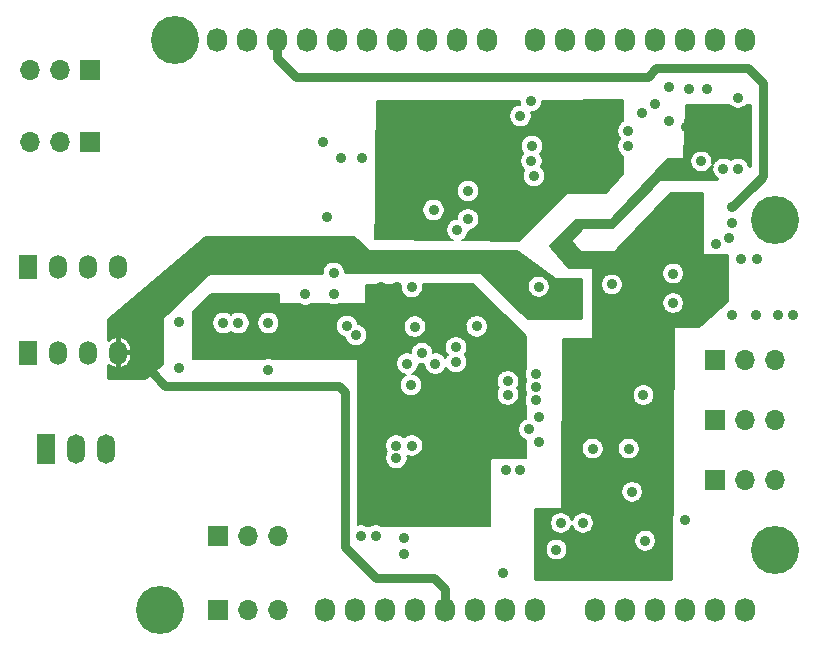
<source format=gbr>
%TF.GenerationSoftware,KiCad,Pcbnew,(5.1.6)-1*%
%TF.CreationDate,2020-11-16T12:45:35+03:00*%
%TF.ProjectId,SensorBoard,53656e73-6f72-4426-9f61-72642e6b6963,rev?*%
%TF.SameCoordinates,Original*%
%TF.FileFunction,Copper,L3,Inr*%
%TF.FilePolarity,Positive*%
%FSLAX46Y46*%
G04 Gerber Fmt 4.6, Leading zero omitted, Abs format (unit mm)*
G04 Created by KiCad (PCBNEW (5.1.6)-1) date 2020-11-16 12:45:35*
%MOMM*%
%LPD*%
G01*
G04 APERTURE LIST*
%TA.AperFunction,ViaPad*%
%ADD10O,1.700000X1.700000*%
%TD*%
%TA.AperFunction,ViaPad*%
%ADD11R,1.700000X1.700000*%
%TD*%
%TA.AperFunction,ViaPad*%
%ADD12R,1.500000X2.000000*%
%TD*%
%TA.AperFunction,ViaPad*%
%ADD13O,1.500000X2.000000*%
%TD*%
%TA.AperFunction,ViaPad*%
%ADD14O,1.500000X2.500000*%
%TD*%
%TA.AperFunction,ViaPad*%
%ADD15R,1.500000X2.500000*%
%TD*%
%TA.AperFunction,ViaPad*%
%ADD16O,1.727200X2.032000*%
%TD*%
%TA.AperFunction,ViaPad*%
%ADD17C,4.064000*%
%TD*%
%TA.AperFunction,ViaPad*%
%ADD18C,0.900000*%
%TD*%
%TA.AperFunction,Conductor*%
%ADD19C,0.800000*%
%TD*%
%TA.AperFunction,Conductor*%
%ADD20C,0.250000*%
%TD*%
%TA.AperFunction,Conductor*%
%ADD21C,0.200000*%
%TD*%
%TA.AperFunction,Conductor*%
%ADD22C,0.300000*%
%TD*%
G04 APERTURE END LIST*
D10*
%TO.N,GNDD*%
%TO.C,J8*%
X134955000Y-123875000D03*
%TO.N,Net-(J8-Pad2)*%
X132415000Y-123875000D03*
D11*
%TO.N,Net-(D1-Pad2)*%
X129875000Y-123875000D03*
%TD*%
D10*
%TO.N,GNDD*%
%TO.C,J7*%
X134955000Y-117602000D03*
%TO.N,/B*%
X132415000Y-117602000D03*
D11*
%TO.N,/A*%
X129875000Y-117602000D03*
%TD*%
D10*
%TO.N,GNDA*%
%TO.C,J6*%
X113920000Y-84250000D03*
%TO.N,/RVCC*%
X116460000Y-84250000D03*
D11*
%TO.N,Net-(J6-Pad1)*%
X119000000Y-84250000D03*
%TD*%
D10*
%TO.N,GNDA*%
%TO.C,J5*%
X113920000Y-78125000D03*
%TO.N,/RVCC*%
X116460000Y-78125000D03*
D11*
%TO.N,Net-(J5-Pad1)*%
X119000000Y-78125000D03*
%TD*%
D10*
%TO.N,/nEX*%
%TO.C,J3*%
X177038000Y-102735000D03*
%TO.N,Net-(D4-Pad1)*%
X174498000Y-102735000D03*
D11*
%TO.N,/EX*%
X171958000Y-102735000D03*
%TD*%
D10*
%TO.N,/nEX*%
%TO.C,J2*%
X177038000Y-107815000D03*
%TO.N,Net-(D3-Pad1)*%
X174498000Y-107815000D03*
D11*
%TO.N,/EX*%
X171958000Y-107815000D03*
%TD*%
D10*
%TO.N,/nEX*%
%TO.C,J1*%
X177038000Y-112895000D03*
%TO.N,Net-(D2-Pad1)*%
X174498000Y-112895000D03*
D11*
%TO.N,/EX*%
X171958000Y-112895000D03*
%TD*%
D12*
%TO.N,GNDD*%
%TO.C,U10*%
X113788000Y-102085000D03*
D13*
%TO.N,+5VD*%
X116328000Y-102085000D03*
%TO.N,GND*%
X118868000Y-102085000D03*
%TO.N,+5V*%
X121408000Y-102085000D03*
%TD*%
D12*
%TO.N,GNDD*%
%TO.C,U9*%
X113788000Y-94865000D03*
D13*
%TO.N,+5VD*%
X116328000Y-94865000D03*
%TO.N,GNDA*%
X118868000Y-94865000D03*
%TO.N,/RVCC*%
X121408000Y-94865000D03*
%TD*%
D14*
%TO.N,+5VD*%
%TO.C,U6*%
X120328000Y-110235000D03*
%TO.N,GNDD*%
X117788000Y-110235000D03*
D15*
%TO.N,Net-(C7-Pad1)*%
X115248000Y-110235000D03*
%TD*%
D16*
%TO.N,Net-(P1-Pad1)*%
%TO.C,P1*%
X138938000Y-123825000D03*
%TO.N,/IOREF*%
X141478000Y-123825000D03*
%TO.N,/Reset*%
X144018000Y-123825000D03*
%TO.N,+3V3*%
X146558000Y-123825000D03*
%TO.N,+5V*%
X149098000Y-123825000D03*
%TO.N,GND*%
X151638000Y-123825000D03*
X154178000Y-123825000D03*
%TO.N,/Vin*%
X156718000Y-123825000D03*
%TD*%
%TO.N,/A0*%
%TO.C,P2*%
X161798000Y-123825000D03*
%TO.N,/A1*%
X164338000Y-123825000D03*
%TO.N,/A2(SS)*%
X166878000Y-123825000D03*
%TO.N,/A3*%
X169418000Y-123825000D03*
%TO.N,/A4*%
X171958000Y-123825000D03*
%TO.N,/A5*%
X174498000Y-123825000D03*
%TD*%
%TO.N,/A5(SCL)*%
%TO.C,P3*%
X129794000Y-75565000D03*
%TO.N,/A4(SDA)*%
X132334000Y-75565000D03*
%TO.N,/AREF*%
X134874000Y-75565000D03*
%TO.N,GND*%
X137414000Y-75565000D03*
%TO.N,/13(SCK)*%
X139954000Y-75565000D03*
%TO.N,/12(MISO)*%
X142494000Y-75565000D03*
%TO.N,/11(\u002A\u002A/MOSI)*%
X145034000Y-75565000D03*
%TO.N,/10(\u002A\u002A/SS)*%
X147574000Y-75565000D03*
%TO.N,/9(RPM2)*%
X150114000Y-75565000D03*
%TO.N,/8(TX)*%
X152654000Y-75565000D03*
%TD*%
%TO.N,/7(DE)*%
%TO.C,P4*%
X156718000Y-75565000D03*
%TO.N,/6(RPM1)*%
X159258000Y-75565000D03*
%TO.N,/5(MISO)*%
X161798000Y-75565000D03*
%TO.N,/4(MOSI)*%
X164338000Y-75565000D03*
%TO.N,/3(SCK)*%
X166878000Y-75565000D03*
%TO.N,/2(RX)*%
X169418000Y-75565000D03*
%TO.N,/1(Tx)*%
X171958000Y-75565000D03*
%TO.N,/0(Rx)*%
X174498000Y-75565000D03*
%TD*%
D17*
%TO.N,Net-(P5-Pad1)*%
%TO.C,P5*%
X124968000Y-123825000D03*
%TD*%
%TO.N,Net-(P6-Pad1)*%
%TO.C,P6*%
X177038000Y-118745000D03*
%TD*%
%TO.N,Net-(P7-Pad1)*%
%TO.C,P7*%
X126238000Y-75565000D03*
%TD*%
%TO.N,Net-(P8-Pad1)*%
%TO.C,P8*%
X177038000Y-90805000D03*
%TD*%
D18*
%TO.N,/IOREF*%
X171250000Y-79750000D03*
X169750000Y-79750000D03*
%TO.N,/Reset*%
X156337030Y-80772000D03*
X146250000Y-109940000D03*
%TO.N,+5V*%
X160250000Y-98125000D03*
X158875000Y-98125000D03*
X158875000Y-96750000D03*
X136150000Y-93025000D03*
X134500000Y-93000000D03*
X134500000Y-94250000D03*
%TO.N,GND*%
X175375012Y-98875000D03*
X141998000Y-85615000D03*
X151748000Y-99855702D03*
X143198000Y-117565000D03*
X145598000Y-117765000D03*
X153998000Y-120765000D03*
X146250000Y-96500000D03*
X157000000Y-107500000D03*
X177248000Y-98875000D03*
X178500000Y-98875000D03*
X168000000Y-82500000D03*
X164592000Y-84582000D03*
X164592000Y-83312000D03*
X166006000Y-118000000D03*
X169418000Y-116218000D03*
X163198000Y-96302000D03*
X126500000Y-99500000D03*
X139650000Y-95300000D03*
X139650000Y-97125000D03*
X137250000Y-97150000D03*
X144942847Y-110994847D03*
X145598000Y-119097992D03*
X138750000Y-84205000D03*
X140250000Y-85625000D03*
X139055000Y-90555000D03*
X134112000Y-99568000D03*
X134112000Y-103505000D03*
X150114000Y-91694000D03*
X156591000Y-87122000D03*
X151003000Y-90787500D03*
X164900000Y-113865000D03*
X164623000Y-110205000D03*
X161575000Y-110205000D03*
X165862000Y-105664000D03*
X155375000Y-112000000D03*
X158500000Y-118750000D03*
X148093554Y-89985258D03*
X146500001Y-99874999D03*
X173375000Y-98875000D03*
X173875000Y-86500000D03*
X154250000Y-112000000D03*
X172625000Y-86500000D03*
X168000000Y-79625000D03*
X170750000Y-85874994D03*
X168375000Y-95375000D03*
X168375000Y-97875000D03*
X126500000Y-103375000D03*
X154375000Y-104500000D03*
X154375000Y-105625000D03*
X144942847Y-109942847D03*
X141940000Y-117565000D03*
%TO.N,/A0*%
X158875000Y-116500000D03*
%TO.N,/A1*%
X160750000Y-116500002D03*
%TO.N,/A3*%
X157046004Y-109600000D03*
%TO.N,/AREF*%
X173375000Y-89750000D03*
%TO.N,/10(\u002A\u002A/SS)*%
X156210000Y-108573002D03*
X146176027Y-104823973D03*
%TO.N,+3V3*%
X143250000Y-113000000D03*
X148898000Y-115865000D03*
X147500000Y-112035000D03*
X162348000Y-87027000D03*
X154525000Y-85625000D03*
X152375000Y-82875000D03*
X128250000Y-98750000D03*
X148000000Y-81125000D03*
X149375000Y-81125000D03*
X136730000Y-101522000D03*
X135382000Y-99568000D03*
X152873000Y-87849004D03*
X150500000Y-99875002D03*
X147125000Y-89125000D03*
X151000000Y-96750000D03*
X144998000Y-96501998D03*
X129250000Y-97750000D03*
X143625000Y-96500000D03*
X143625000Y-97750000D03*
X144124996Y-90625000D03*
X144125000Y-92125000D03*
X153875000Y-110625000D03*
X155125000Y-110625000D03*
X142125000Y-113000000D03*
X155375000Y-102250000D03*
X154500000Y-103000000D03*
%TO.N,VDDA*%
X171704000Y-95250000D03*
X171704000Y-94234000D03*
X162553000Y-114815000D03*
X162553000Y-113926000D03*
X157400000Y-120850000D03*
X158600000Y-120850000D03*
X164898000Y-120125000D03*
X166125000Y-120125000D03*
X169500000Y-83000000D03*
X170875000Y-83000000D03*
%TO.N,/A2(SS)*%
X157000012Y-96500000D03*
%TO.N,/9(RPM2)*%
X150999992Y-88375000D03*
%TO.N,/8(TX)*%
X145875000Y-103000010D03*
%TO.N,/7(DE)*%
X131572000Y-99580000D03*
X130302000Y-99580000D03*
X141535000Y-100584000D03*
X140773000Y-99822000D03*
X147125000Y-102125000D03*
%TO.N,/5(MISO)*%
X165750000Y-81750000D03*
%TO.N,/4(MOSI)*%
X166875000Y-81000000D03*
%TO.N,/3(SCK)*%
X173874995Y-80500007D03*
%TO.N,/2(RX)*%
X155448000Y-82042000D03*
X148250000Y-103000000D03*
%TO.N,/EX*%
X175500000Y-94125000D03*
X174125000Y-94125000D03*
%TO.N,Net-(C17-Pad1)*%
X156750000Y-103875000D03*
X156750000Y-105000000D03*
X172000000Y-92875000D03*
X173375000Y-91125000D03*
X173125000Y-92375000D03*
X156750000Y-106125000D03*
%TO.N,/SensorBoardCPU/SWCLK*%
X156418006Y-84582000D03*
X150000000Y-102874998D03*
%TO.N,/SensorBoardCPU/SWDIO*%
X156375000Y-85852000D03*
X150000000Y-101625000D03*
%TD*%
D19*
%TO.N,+5V*%
X149098000Y-123825000D02*
X149098000Y-122098000D01*
X149098000Y-122098000D02*
X148125000Y-121125000D01*
X148125000Y-121125000D02*
X143250000Y-121125000D01*
X143250000Y-121125000D02*
X140625000Y-118500000D01*
X140625000Y-118500000D02*
X140625000Y-105375000D01*
X140625000Y-105375000D02*
X140125000Y-104875000D01*
X140125000Y-104875000D02*
X125375000Y-104875000D01*
X125375000Y-104875000D02*
X124250000Y-103750000D01*
X123875000Y-103375000D02*
X123125000Y-102625000D01*
X124250000Y-103750000D02*
X123875000Y-103375000D01*
D20*
X122585000Y-102085000D02*
X121408000Y-102085000D01*
X123875000Y-103375000D02*
X122585000Y-102085000D01*
D19*
%TO.N,/AREF*%
X134874000Y-75565000D02*
X134874000Y-77124000D01*
X136472999Y-78722999D02*
X166222999Y-78722999D01*
X134874000Y-77124000D02*
X136472999Y-78722999D01*
X166222999Y-78722999D02*
X166945998Y-78000000D01*
X166945998Y-78000000D02*
X174750000Y-78000000D01*
X174750000Y-78000000D02*
X176000000Y-79250000D01*
X173375000Y-89750000D02*
X175875000Y-87250000D01*
X176000000Y-87125000D02*
X173375000Y-89750000D01*
X176000000Y-86625000D02*
X176000000Y-87125000D01*
X176000000Y-79250000D02*
X176000000Y-86625000D01*
%TD*%
D21*
%TO.N,+3V3*%
G36*
X164150000Y-82466810D02*
G01*
X164142006Y-82470121D01*
X163986410Y-82574087D01*
X163854087Y-82706410D01*
X163750121Y-82862006D01*
X163678508Y-83034895D01*
X163642000Y-83218433D01*
X163642000Y-83405567D01*
X163678508Y-83589105D01*
X163750121Y-83761994D01*
X163854087Y-83917590D01*
X163883497Y-83947000D01*
X163854087Y-83976410D01*
X163750121Y-84132006D01*
X163678508Y-84304895D01*
X163642000Y-84488433D01*
X163642000Y-84675567D01*
X163678508Y-84859105D01*
X163750121Y-85031994D01*
X163854087Y-85187590D01*
X163986410Y-85319913D01*
X164142006Y-85423879D01*
X164150000Y-85427190D01*
X164150000Y-86960902D01*
X162706217Y-88525000D01*
X159500000Y-88525000D01*
X159480491Y-88526921D01*
X159461732Y-88532612D01*
X159444443Y-88541853D01*
X159429289Y-88554289D01*
X155334210Y-92649368D01*
X150468880Y-92575277D01*
X150563994Y-92535879D01*
X150719590Y-92431913D01*
X150851913Y-92299590D01*
X150955879Y-92143994D01*
X151027492Y-91971105D01*
X151064000Y-91787567D01*
X151064000Y-91737500D01*
X151096567Y-91737500D01*
X151280105Y-91700992D01*
X151452994Y-91629379D01*
X151608590Y-91525413D01*
X151740913Y-91393090D01*
X151844879Y-91237494D01*
X151916492Y-91064605D01*
X151953000Y-90881067D01*
X151953000Y-90693933D01*
X151916492Y-90510395D01*
X151844879Y-90337506D01*
X151740913Y-90181910D01*
X151608590Y-90049587D01*
X151452994Y-89945621D01*
X151280105Y-89874008D01*
X151096567Y-89837500D01*
X150909433Y-89837500D01*
X150725895Y-89874008D01*
X150553006Y-89945621D01*
X150397410Y-90049587D01*
X150265087Y-90181910D01*
X150161121Y-90337506D01*
X150089508Y-90510395D01*
X150053000Y-90693933D01*
X150053000Y-90744000D01*
X150020433Y-90744000D01*
X149836895Y-90780508D01*
X149664006Y-90852121D01*
X149508410Y-90956087D01*
X149376087Y-91088410D01*
X149272121Y-91244006D01*
X149200508Y-91416895D01*
X149164000Y-91600433D01*
X149164000Y-91787567D01*
X149200508Y-91971105D01*
X149272121Y-92143994D01*
X149376087Y-92299590D01*
X149508410Y-92431913D01*
X149664006Y-92535879D01*
X149732030Y-92564056D01*
X143163542Y-92464028D01*
X143190619Y-89891691D01*
X147143554Y-89891691D01*
X147143554Y-90078825D01*
X147180062Y-90262363D01*
X147251675Y-90435252D01*
X147355641Y-90590848D01*
X147487964Y-90723171D01*
X147643560Y-90827137D01*
X147816449Y-90898750D01*
X147999987Y-90935258D01*
X148187121Y-90935258D01*
X148370659Y-90898750D01*
X148543548Y-90827137D01*
X148699144Y-90723171D01*
X148831467Y-90590848D01*
X148935433Y-90435252D01*
X149007046Y-90262363D01*
X149043554Y-90078825D01*
X149043554Y-89891691D01*
X149007046Y-89708153D01*
X148935433Y-89535264D01*
X148831467Y-89379668D01*
X148699144Y-89247345D01*
X148543548Y-89143379D01*
X148370659Y-89071766D01*
X148187121Y-89035258D01*
X147999987Y-89035258D01*
X147816449Y-89071766D01*
X147643560Y-89143379D01*
X147487964Y-89247345D01*
X147355641Y-89379668D01*
X147251675Y-89535264D01*
X147180062Y-89708153D01*
X147143554Y-89891691D01*
X143190619Y-89891691D01*
X143207569Y-88281433D01*
X150049992Y-88281433D01*
X150049992Y-88468567D01*
X150086500Y-88652105D01*
X150158113Y-88824994D01*
X150262079Y-88980590D01*
X150394402Y-89112913D01*
X150549998Y-89216879D01*
X150722887Y-89288492D01*
X150906425Y-89325000D01*
X151093559Y-89325000D01*
X151277097Y-89288492D01*
X151449986Y-89216879D01*
X151605582Y-89112913D01*
X151737905Y-88980590D01*
X151841871Y-88824994D01*
X151913484Y-88652105D01*
X151949992Y-88468567D01*
X151949992Y-88281433D01*
X151913484Y-88097895D01*
X151841871Y-87925006D01*
X151737905Y-87769410D01*
X151605582Y-87637087D01*
X151449986Y-87533121D01*
X151277097Y-87461508D01*
X151093559Y-87425000D01*
X150906425Y-87425000D01*
X150722887Y-87461508D01*
X150549998Y-87533121D01*
X150394402Y-87637087D01*
X150262079Y-87769410D01*
X150158113Y-87925006D01*
X150086500Y-88097895D01*
X150049992Y-88281433D01*
X143207569Y-88281433D01*
X143234127Y-85758433D01*
X155425000Y-85758433D01*
X155425000Y-85945567D01*
X155461508Y-86129105D01*
X155533121Y-86301994D01*
X155637087Y-86457590D01*
X155769410Y-86589913D01*
X155793305Y-86605879D01*
X155749121Y-86672006D01*
X155677508Y-86844895D01*
X155641000Y-87028433D01*
X155641000Y-87215567D01*
X155677508Y-87399105D01*
X155749121Y-87571994D01*
X155853087Y-87727590D01*
X155985410Y-87859913D01*
X156141006Y-87963879D01*
X156313895Y-88035492D01*
X156497433Y-88072000D01*
X156684567Y-88072000D01*
X156868105Y-88035492D01*
X157040994Y-87963879D01*
X157196590Y-87859913D01*
X157328913Y-87727590D01*
X157432879Y-87571994D01*
X157504492Y-87399105D01*
X157541000Y-87215567D01*
X157541000Y-87028433D01*
X157504492Y-86844895D01*
X157432879Y-86672006D01*
X157328913Y-86516410D01*
X157196590Y-86384087D01*
X157172695Y-86368121D01*
X157216879Y-86301994D01*
X157288492Y-86129105D01*
X157325000Y-85945567D01*
X157325000Y-85758433D01*
X157288492Y-85574895D01*
X157216879Y-85402006D01*
X157112913Y-85246410D01*
X157105006Y-85238503D01*
X157155919Y-85187590D01*
X157259885Y-85031994D01*
X157331498Y-84859105D01*
X157368006Y-84675567D01*
X157368006Y-84488433D01*
X157331498Y-84304895D01*
X157259885Y-84132006D01*
X157155919Y-83976410D01*
X157023596Y-83844087D01*
X156868000Y-83740121D01*
X156695111Y-83668508D01*
X156511573Y-83632000D01*
X156324439Y-83632000D01*
X156140901Y-83668508D01*
X155968012Y-83740121D01*
X155812416Y-83844087D01*
X155680093Y-83976410D01*
X155576127Y-84132006D01*
X155504514Y-84304895D01*
X155468006Y-84488433D01*
X155468006Y-84675567D01*
X155504514Y-84859105D01*
X155576127Y-85031994D01*
X155680093Y-85187590D01*
X155688000Y-85195497D01*
X155637087Y-85246410D01*
X155533121Y-85402006D01*
X155461508Y-85574895D01*
X155425000Y-85758433D01*
X143234127Y-85758433D01*
X143286456Y-80787207D01*
X155387030Y-80751301D01*
X155387030Y-80865567D01*
X155423538Y-81049105D01*
X155441306Y-81092000D01*
X155354433Y-81092000D01*
X155170895Y-81128508D01*
X154998006Y-81200121D01*
X154842410Y-81304087D01*
X154710087Y-81436410D01*
X154606121Y-81592006D01*
X154534508Y-81764895D01*
X154498000Y-81948433D01*
X154498000Y-82135567D01*
X154534508Y-82319105D01*
X154606121Y-82491994D01*
X154710087Y-82647590D01*
X154842410Y-82779913D01*
X154998006Y-82883879D01*
X155170895Y-82955492D01*
X155354433Y-82992000D01*
X155541567Y-82992000D01*
X155725105Y-82955492D01*
X155897994Y-82883879D01*
X156053590Y-82779913D01*
X156185913Y-82647590D01*
X156289879Y-82491994D01*
X156361492Y-82319105D01*
X156398000Y-82135567D01*
X156398000Y-81948433D01*
X156361492Y-81764895D01*
X156343724Y-81722000D01*
X156430597Y-81722000D01*
X156614135Y-81685492D01*
X156787024Y-81613879D01*
X156942620Y-81509913D01*
X157074943Y-81377590D01*
X157178909Y-81221994D01*
X157250522Y-81049105D01*
X157287030Y-80865567D01*
X157287030Y-80745663D01*
X164150000Y-80725298D01*
X164150000Y-82466810D01*
G37*
X164150000Y-82466810D02*
X164142006Y-82470121D01*
X163986410Y-82574087D01*
X163854087Y-82706410D01*
X163750121Y-82862006D01*
X163678508Y-83034895D01*
X163642000Y-83218433D01*
X163642000Y-83405567D01*
X163678508Y-83589105D01*
X163750121Y-83761994D01*
X163854087Y-83917590D01*
X163883497Y-83947000D01*
X163854087Y-83976410D01*
X163750121Y-84132006D01*
X163678508Y-84304895D01*
X163642000Y-84488433D01*
X163642000Y-84675567D01*
X163678508Y-84859105D01*
X163750121Y-85031994D01*
X163854087Y-85187590D01*
X163986410Y-85319913D01*
X164142006Y-85423879D01*
X164150000Y-85427190D01*
X164150000Y-86960902D01*
X162706217Y-88525000D01*
X159500000Y-88525000D01*
X159480491Y-88526921D01*
X159461732Y-88532612D01*
X159444443Y-88541853D01*
X159429289Y-88554289D01*
X155334210Y-92649368D01*
X150468880Y-92575277D01*
X150563994Y-92535879D01*
X150719590Y-92431913D01*
X150851913Y-92299590D01*
X150955879Y-92143994D01*
X151027492Y-91971105D01*
X151064000Y-91787567D01*
X151064000Y-91737500D01*
X151096567Y-91737500D01*
X151280105Y-91700992D01*
X151452994Y-91629379D01*
X151608590Y-91525413D01*
X151740913Y-91393090D01*
X151844879Y-91237494D01*
X151916492Y-91064605D01*
X151953000Y-90881067D01*
X151953000Y-90693933D01*
X151916492Y-90510395D01*
X151844879Y-90337506D01*
X151740913Y-90181910D01*
X151608590Y-90049587D01*
X151452994Y-89945621D01*
X151280105Y-89874008D01*
X151096567Y-89837500D01*
X150909433Y-89837500D01*
X150725895Y-89874008D01*
X150553006Y-89945621D01*
X150397410Y-90049587D01*
X150265087Y-90181910D01*
X150161121Y-90337506D01*
X150089508Y-90510395D01*
X150053000Y-90693933D01*
X150053000Y-90744000D01*
X150020433Y-90744000D01*
X149836895Y-90780508D01*
X149664006Y-90852121D01*
X149508410Y-90956087D01*
X149376087Y-91088410D01*
X149272121Y-91244006D01*
X149200508Y-91416895D01*
X149164000Y-91600433D01*
X149164000Y-91787567D01*
X149200508Y-91971105D01*
X149272121Y-92143994D01*
X149376087Y-92299590D01*
X149508410Y-92431913D01*
X149664006Y-92535879D01*
X149732030Y-92564056D01*
X143163542Y-92464028D01*
X143190619Y-89891691D01*
X147143554Y-89891691D01*
X147143554Y-90078825D01*
X147180062Y-90262363D01*
X147251675Y-90435252D01*
X147355641Y-90590848D01*
X147487964Y-90723171D01*
X147643560Y-90827137D01*
X147816449Y-90898750D01*
X147999987Y-90935258D01*
X148187121Y-90935258D01*
X148370659Y-90898750D01*
X148543548Y-90827137D01*
X148699144Y-90723171D01*
X148831467Y-90590848D01*
X148935433Y-90435252D01*
X149007046Y-90262363D01*
X149043554Y-90078825D01*
X149043554Y-89891691D01*
X149007046Y-89708153D01*
X148935433Y-89535264D01*
X148831467Y-89379668D01*
X148699144Y-89247345D01*
X148543548Y-89143379D01*
X148370659Y-89071766D01*
X148187121Y-89035258D01*
X147999987Y-89035258D01*
X147816449Y-89071766D01*
X147643560Y-89143379D01*
X147487964Y-89247345D01*
X147355641Y-89379668D01*
X147251675Y-89535264D01*
X147180062Y-89708153D01*
X147143554Y-89891691D01*
X143190619Y-89891691D01*
X143207569Y-88281433D01*
X150049992Y-88281433D01*
X150049992Y-88468567D01*
X150086500Y-88652105D01*
X150158113Y-88824994D01*
X150262079Y-88980590D01*
X150394402Y-89112913D01*
X150549998Y-89216879D01*
X150722887Y-89288492D01*
X150906425Y-89325000D01*
X151093559Y-89325000D01*
X151277097Y-89288492D01*
X151449986Y-89216879D01*
X151605582Y-89112913D01*
X151737905Y-88980590D01*
X151841871Y-88824994D01*
X151913484Y-88652105D01*
X151949992Y-88468567D01*
X151949992Y-88281433D01*
X151913484Y-88097895D01*
X151841871Y-87925006D01*
X151737905Y-87769410D01*
X151605582Y-87637087D01*
X151449986Y-87533121D01*
X151277097Y-87461508D01*
X151093559Y-87425000D01*
X150906425Y-87425000D01*
X150722887Y-87461508D01*
X150549998Y-87533121D01*
X150394402Y-87637087D01*
X150262079Y-87769410D01*
X150158113Y-87925006D01*
X150086500Y-88097895D01*
X150049992Y-88281433D01*
X143207569Y-88281433D01*
X143234127Y-85758433D01*
X155425000Y-85758433D01*
X155425000Y-85945567D01*
X155461508Y-86129105D01*
X155533121Y-86301994D01*
X155637087Y-86457590D01*
X155769410Y-86589913D01*
X155793305Y-86605879D01*
X155749121Y-86672006D01*
X155677508Y-86844895D01*
X155641000Y-87028433D01*
X155641000Y-87215567D01*
X155677508Y-87399105D01*
X155749121Y-87571994D01*
X155853087Y-87727590D01*
X155985410Y-87859913D01*
X156141006Y-87963879D01*
X156313895Y-88035492D01*
X156497433Y-88072000D01*
X156684567Y-88072000D01*
X156868105Y-88035492D01*
X157040994Y-87963879D01*
X157196590Y-87859913D01*
X157328913Y-87727590D01*
X157432879Y-87571994D01*
X157504492Y-87399105D01*
X157541000Y-87215567D01*
X157541000Y-87028433D01*
X157504492Y-86844895D01*
X157432879Y-86672006D01*
X157328913Y-86516410D01*
X157196590Y-86384087D01*
X157172695Y-86368121D01*
X157216879Y-86301994D01*
X157288492Y-86129105D01*
X157325000Y-85945567D01*
X157325000Y-85758433D01*
X157288492Y-85574895D01*
X157216879Y-85402006D01*
X157112913Y-85246410D01*
X157105006Y-85238503D01*
X157155919Y-85187590D01*
X157259885Y-85031994D01*
X157331498Y-84859105D01*
X157368006Y-84675567D01*
X157368006Y-84488433D01*
X157331498Y-84304895D01*
X157259885Y-84132006D01*
X157155919Y-83976410D01*
X157023596Y-83844087D01*
X156868000Y-83740121D01*
X156695111Y-83668508D01*
X156511573Y-83632000D01*
X156324439Y-83632000D01*
X156140901Y-83668508D01*
X155968012Y-83740121D01*
X155812416Y-83844087D01*
X155680093Y-83976410D01*
X155576127Y-84132006D01*
X155504514Y-84304895D01*
X155468006Y-84488433D01*
X155468006Y-84675567D01*
X155504514Y-84859105D01*
X155576127Y-85031994D01*
X155680093Y-85187590D01*
X155688000Y-85195497D01*
X155637087Y-85246410D01*
X155533121Y-85402006D01*
X155461508Y-85574895D01*
X155425000Y-85758433D01*
X143234127Y-85758433D01*
X143286456Y-80787207D01*
X155387030Y-80751301D01*
X155387030Y-80865567D01*
X155423538Y-81049105D01*
X155441306Y-81092000D01*
X155354433Y-81092000D01*
X155170895Y-81128508D01*
X154998006Y-81200121D01*
X154842410Y-81304087D01*
X154710087Y-81436410D01*
X154606121Y-81592006D01*
X154534508Y-81764895D01*
X154498000Y-81948433D01*
X154498000Y-82135567D01*
X154534508Y-82319105D01*
X154606121Y-82491994D01*
X154710087Y-82647590D01*
X154842410Y-82779913D01*
X154998006Y-82883879D01*
X155170895Y-82955492D01*
X155354433Y-82992000D01*
X155541567Y-82992000D01*
X155725105Y-82955492D01*
X155897994Y-82883879D01*
X156053590Y-82779913D01*
X156185913Y-82647590D01*
X156289879Y-82491994D01*
X156361492Y-82319105D01*
X156398000Y-82135567D01*
X156398000Y-81948433D01*
X156361492Y-81764895D01*
X156343724Y-81722000D01*
X156430597Y-81722000D01*
X156614135Y-81685492D01*
X156787024Y-81613879D01*
X156942620Y-81509913D01*
X157074943Y-81377590D01*
X157178909Y-81221994D01*
X157250522Y-81049105D01*
X157287030Y-80865567D01*
X157287030Y-80745663D01*
X164150000Y-80725298D01*
X164150000Y-82466810D01*
G36*
X155900000Y-100666422D02*
G01*
X155900000Y-103444612D01*
X155836508Y-103597895D01*
X155800000Y-103781433D01*
X155800000Y-103968567D01*
X155836508Y-104152105D01*
X155900000Y-104305388D01*
X155900000Y-104569612D01*
X155836508Y-104722895D01*
X155800000Y-104906433D01*
X155800000Y-105093567D01*
X155836508Y-105277105D01*
X155900000Y-105430388D01*
X155900000Y-105694612D01*
X155836508Y-105847895D01*
X155800000Y-106031433D01*
X155800000Y-106218567D01*
X155836508Y-106402105D01*
X155900000Y-106555388D01*
X155900000Y-107673136D01*
X155760006Y-107731123D01*
X155604410Y-107835089D01*
X155472087Y-107967412D01*
X155368121Y-108123008D01*
X155296508Y-108295897D01*
X155260000Y-108479435D01*
X155260000Y-108666569D01*
X155296508Y-108850107D01*
X155368121Y-109022996D01*
X155472087Y-109178592D01*
X155604410Y-109310915D01*
X155760006Y-109414881D01*
X155900000Y-109472868D01*
X155900000Y-111025000D01*
X153000000Y-111025000D01*
X152980491Y-111026921D01*
X152961732Y-111032612D01*
X152944443Y-111041853D01*
X152929289Y-111054289D01*
X152916853Y-111069443D01*
X152907612Y-111086732D01*
X152901921Y-111105491D01*
X152900000Y-111125000D01*
X152900000Y-116775000D01*
X143725636Y-116775000D01*
X143647994Y-116723121D01*
X143475105Y-116651508D01*
X143291567Y-116615000D01*
X143104433Y-116615000D01*
X142920895Y-116651508D01*
X142748006Y-116723121D01*
X142670364Y-116775000D01*
X142467636Y-116775000D01*
X142389994Y-116723121D01*
X142217105Y-116651508D01*
X142033567Y-116615000D01*
X141846433Y-116615000D01*
X141725000Y-116639155D01*
X141725000Y-109849280D01*
X143992847Y-109849280D01*
X143992847Y-110036414D01*
X144029355Y-110219952D01*
X144100968Y-110392841D01*
X144151754Y-110468847D01*
X144100968Y-110544853D01*
X144029355Y-110717742D01*
X143992847Y-110901280D01*
X143992847Y-111088414D01*
X144029355Y-111271952D01*
X144100968Y-111444841D01*
X144204934Y-111600437D01*
X144337257Y-111732760D01*
X144492853Y-111836726D01*
X144665742Y-111908339D01*
X144849280Y-111944847D01*
X145036414Y-111944847D01*
X145219952Y-111908339D01*
X145392841Y-111836726D01*
X145548437Y-111732760D01*
X145680760Y-111600437D01*
X145784726Y-111444841D01*
X145856339Y-111271952D01*
X145892847Y-111088414D01*
X145892847Y-110901280D01*
X145875300Y-110813067D01*
X145972895Y-110853492D01*
X146156433Y-110890000D01*
X146343567Y-110890000D01*
X146527105Y-110853492D01*
X146699994Y-110781879D01*
X146855590Y-110677913D01*
X146987913Y-110545590D01*
X147091879Y-110389994D01*
X147163492Y-110217105D01*
X147200000Y-110033567D01*
X147200000Y-109846433D01*
X147163492Y-109662895D01*
X147091879Y-109490006D01*
X146987913Y-109334410D01*
X146855590Y-109202087D01*
X146699994Y-109098121D01*
X146527105Y-109026508D01*
X146343567Y-108990000D01*
X146156433Y-108990000D01*
X145972895Y-109026508D01*
X145800006Y-109098121D01*
X145644410Y-109202087D01*
X145595000Y-109251497D01*
X145548437Y-109204934D01*
X145392841Y-109100968D01*
X145219952Y-109029355D01*
X145036414Y-108992847D01*
X144849280Y-108992847D01*
X144665742Y-109029355D01*
X144492853Y-109100968D01*
X144337257Y-109204934D01*
X144204934Y-109337257D01*
X144100968Y-109492853D01*
X144029355Y-109665742D01*
X143992847Y-109849280D01*
X141725000Y-109849280D01*
X141725000Y-102906443D01*
X144925000Y-102906443D01*
X144925000Y-103093577D01*
X144961508Y-103277115D01*
X145033121Y-103450004D01*
X145137087Y-103605600D01*
X145269410Y-103737923D01*
X145425006Y-103841889D01*
X145597895Y-103913502D01*
X145781433Y-103950010D01*
X145803491Y-103950010D01*
X145726033Y-103982094D01*
X145570437Y-104086060D01*
X145438114Y-104218383D01*
X145334148Y-104373979D01*
X145262535Y-104546868D01*
X145226027Y-104730406D01*
X145226027Y-104917540D01*
X145262535Y-105101078D01*
X145334148Y-105273967D01*
X145438114Y-105429563D01*
X145570437Y-105561886D01*
X145726033Y-105665852D01*
X145898922Y-105737465D01*
X146082460Y-105773973D01*
X146269594Y-105773973D01*
X146453132Y-105737465D01*
X146626021Y-105665852D01*
X146781617Y-105561886D01*
X146913940Y-105429563D01*
X147017906Y-105273967D01*
X147089519Y-105101078D01*
X147126027Y-104917540D01*
X147126027Y-104730406D01*
X147089519Y-104546868D01*
X147031349Y-104406433D01*
X153425000Y-104406433D01*
X153425000Y-104593567D01*
X153461508Y-104777105D01*
X153533121Y-104949994D01*
X153608295Y-105062500D01*
X153533121Y-105175006D01*
X153461508Y-105347895D01*
X153425000Y-105531433D01*
X153425000Y-105718567D01*
X153461508Y-105902105D01*
X153533121Y-106074994D01*
X153637087Y-106230590D01*
X153769410Y-106362913D01*
X153925006Y-106466879D01*
X154097895Y-106538492D01*
X154281433Y-106575000D01*
X154468567Y-106575000D01*
X154652105Y-106538492D01*
X154824994Y-106466879D01*
X154980590Y-106362913D01*
X155112913Y-106230590D01*
X155216879Y-106074994D01*
X155288492Y-105902105D01*
X155325000Y-105718567D01*
X155325000Y-105531433D01*
X155288492Y-105347895D01*
X155216879Y-105175006D01*
X155141705Y-105062500D01*
X155216879Y-104949994D01*
X155288492Y-104777105D01*
X155325000Y-104593567D01*
X155325000Y-104406433D01*
X155288492Y-104222895D01*
X155216879Y-104050006D01*
X155112913Y-103894410D01*
X154980590Y-103762087D01*
X154824994Y-103658121D01*
X154652105Y-103586508D01*
X154468567Y-103550000D01*
X154281433Y-103550000D01*
X154097895Y-103586508D01*
X153925006Y-103658121D01*
X153769410Y-103762087D01*
X153637087Y-103894410D01*
X153533121Y-104050006D01*
X153461508Y-104222895D01*
X153425000Y-104406433D01*
X147031349Y-104406433D01*
X147017906Y-104373979D01*
X146913940Y-104218383D01*
X146781617Y-104086060D01*
X146626021Y-103982094D01*
X146453132Y-103910481D01*
X146269594Y-103873973D01*
X146247536Y-103873973D01*
X146324994Y-103841889D01*
X146480590Y-103737923D01*
X146612913Y-103605600D01*
X146716879Y-103450004D01*
X146788492Y-103277115D01*
X146825000Y-103093577D01*
X146825000Y-103029009D01*
X146847895Y-103038492D01*
X147031433Y-103075000D01*
X147218567Y-103075000D01*
X147300000Y-103058802D01*
X147300000Y-103093567D01*
X147336508Y-103277105D01*
X147408121Y-103449994D01*
X147512087Y-103605590D01*
X147644410Y-103737913D01*
X147800006Y-103841879D01*
X147972895Y-103913492D01*
X148156433Y-103950000D01*
X148343567Y-103950000D01*
X148527105Y-103913492D01*
X148699994Y-103841879D01*
X148855590Y-103737913D01*
X148987913Y-103605590D01*
X149091879Y-103449994D01*
X149150889Y-103307532D01*
X149158121Y-103324992D01*
X149262087Y-103480588D01*
X149394410Y-103612911D01*
X149550006Y-103716877D01*
X149722895Y-103788490D01*
X149906433Y-103824998D01*
X150093567Y-103824998D01*
X150277105Y-103788490D01*
X150449994Y-103716877D01*
X150605590Y-103612911D01*
X150737913Y-103480588D01*
X150841879Y-103324992D01*
X150913492Y-103152103D01*
X150950000Y-102968565D01*
X150950000Y-102781431D01*
X150913492Y-102597893D01*
X150841879Y-102425004D01*
X150737913Y-102269408D01*
X150718504Y-102249999D01*
X150737913Y-102230590D01*
X150841879Y-102074994D01*
X150913492Y-101902105D01*
X150950000Y-101718567D01*
X150950000Y-101531433D01*
X150913492Y-101347895D01*
X150841879Y-101175006D01*
X150737913Y-101019410D01*
X150605590Y-100887087D01*
X150449994Y-100783121D01*
X150277105Y-100711508D01*
X150093567Y-100675000D01*
X149906433Y-100675000D01*
X149722895Y-100711508D01*
X149550006Y-100783121D01*
X149394410Y-100887087D01*
X149262087Y-101019410D01*
X149158121Y-101175006D01*
X149086508Y-101347895D01*
X149050000Y-101531433D01*
X149050000Y-101718567D01*
X149086508Y-101902105D01*
X149158121Y-102074994D01*
X149262087Y-102230590D01*
X149281496Y-102249999D01*
X149262087Y-102269408D01*
X149158121Y-102425004D01*
X149099111Y-102567466D01*
X149091879Y-102550006D01*
X148987913Y-102394410D01*
X148855590Y-102262087D01*
X148699994Y-102158121D01*
X148527105Y-102086508D01*
X148343567Y-102050000D01*
X148156433Y-102050000D01*
X148075000Y-102066198D01*
X148075000Y-102031433D01*
X148038492Y-101847895D01*
X147966879Y-101675006D01*
X147862913Y-101519410D01*
X147730590Y-101387087D01*
X147574994Y-101283121D01*
X147402105Y-101211508D01*
X147218567Y-101175000D01*
X147031433Y-101175000D01*
X146847895Y-101211508D01*
X146675006Y-101283121D01*
X146519410Y-101387087D01*
X146387087Y-101519410D01*
X146283121Y-101675006D01*
X146211508Y-101847895D01*
X146175000Y-102031433D01*
X146175000Y-102096001D01*
X146152105Y-102086518D01*
X145968567Y-102050010D01*
X145781433Y-102050010D01*
X145597895Y-102086518D01*
X145425006Y-102158131D01*
X145269410Y-102262097D01*
X145137087Y-102394420D01*
X145033121Y-102550016D01*
X144961508Y-102722905D01*
X144925000Y-102906443D01*
X141725000Y-102906443D01*
X141725000Y-102750000D01*
X141723079Y-102730491D01*
X141717388Y-102711732D01*
X141708147Y-102694443D01*
X141695711Y-102679289D01*
X141680557Y-102666853D01*
X141663268Y-102657612D01*
X141644509Y-102651921D01*
X141625000Y-102650000D01*
X134530317Y-102650000D01*
X134389105Y-102591508D01*
X134205567Y-102555000D01*
X134018433Y-102555000D01*
X133834895Y-102591508D01*
X133693683Y-102650000D01*
X127725000Y-102650000D01*
X127725000Y-99486433D01*
X129352000Y-99486433D01*
X129352000Y-99673567D01*
X129388508Y-99857105D01*
X129460121Y-100029994D01*
X129564087Y-100185590D01*
X129696410Y-100317913D01*
X129852006Y-100421879D01*
X130024895Y-100493492D01*
X130208433Y-100530000D01*
X130395567Y-100530000D01*
X130579105Y-100493492D01*
X130751994Y-100421879D01*
X130907590Y-100317913D01*
X130937000Y-100288503D01*
X130966410Y-100317913D01*
X131122006Y-100421879D01*
X131294895Y-100493492D01*
X131478433Y-100530000D01*
X131665567Y-100530000D01*
X131849105Y-100493492D01*
X132021994Y-100421879D01*
X132177590Y-100317913D01*
X132309913Y-100185590D01*
X132413879Y-100029994D01*
X132485492Y-99857105D01*
X132522000Y-99673567D01*
X132522000Y-99486433D01*
X132519614Y-99474433D01*
X133162000Y-99474433D01*
X133162000Y-99661567D01*
X133198508Y-99845105D01*
X133270121Y-100017994D01*
X133374087Y-100173590D01*
X133506410Y-100305913D01*
X133662006Y-100409879D01*
X133834895Y-100481492D01*
X134018433Y-100518000D01*
X134205567Y-100518000D01*
X134389105Y-100481492D01*
X134561994Y-100409879D01*
X134717590Y-100305913D01*
X134849913Y-100173590D01*
X134953879Y-100017994D01*
X135025492Y-99845105D01*
X135048699Y-99728433D01*
X139823000Y-99728433D01*
X139823000Y-99915567D01*
X139859508Y-100099105D01*
X139931121Y-100271994D01*
X140035087Y-100427590D01*
X140167410Y-100559913D01*
X140323006Y-100663879D01*
X140495895Y-100735492D01*
X140600667Y-100756333D01*
X140621508Y-100861105D01*
X140693121Y-101033994D01*
X140797087Y-101189590D01*
X140929410Y-101321913D01*
X141085006Y-101425879D01*
X141257895Y-101497492D01*
X141441433Y-101534000D01*
X141628567Y-101534000D01*
X141812105Y-101497492D01*
X141984994Y-101425879D01*
X142140590Y-101321913D01*
X142272913Y-101189590D01*
X142376879Y-101033994D01*
X142448492Y-100861105D01*
X142485000Y-100677567D01*
X142485000Y-100490433D01*
X142448492Y-100306895D01*
X142376879Y-100134006D01*
X142272913Y-99978410D01*
X142140590Y-99846087D01*
X142043828Y-99781432D01*
X145550001Y-99781432D01*
X145550001Y-99968566D01*
X145586509Y-100152104D01*
X145658122Y-100324993D01*
X145762088Y-100480589D01*
X145894411Y-100612912D01*
X146050007Y-100716878D01*
X146222896Y-100788491D01*
X146406434Y-100824999D01*
X146593568Y-100824999D01*
X146777106Y-100788491D01*
X146949995Y-100716878D01*
X147105591Y-100612912D01*
X147237914Y-100480589D01*
X147341880Y-100324993D01*
X147413493Y-100152104D01*
X147450001Y-99968566D01*
X147450001Y-99781432D01*
X147446163Y-99762135D01*
X150798000Y-99762135D01*
X150798000Y-99949269D01*
X150834508Y-100132807D01*
X150906121Y-100305696D01*
X151010087Y-100461292D01*
X151142410Y-100593615D01*
X151298006Y-100697581D01*
X151470895Y-100769194D01*
X151654433Y-100805702D01*
X151841567Y-100805702D01*
X152025105Y-100769194D01*
X152197994Y-100697581D01*
X152353590Y-100593615D01*
X152485913Y-100461292D01*
X152589879Y-100305696D01*
X152661492Y-100132807D01*
X152698000Y-99949269D01*
X152698000Y-99762135D01*
X152661492Y-99578597D01*
X152589879Y-99405708D01*
X152485913Y-99250112D01*
X152353590Y-99117789D01*
X152197994Y-99013823D01*
X152025105Y-98942210D01*
X151841567Y-98905702D01*
X151654433Y-98905702D01*
X151470895Y-98942210D01*
X151298006Y-99013823D01*
X151142410Y-99117789D01*
X151010087Y-99250112D01*
X150906121Y-99405708D01*
X150834508Y-99578597D01*
X150798000Y-99762135D01*
X147446163Y-99762135D01*
X147413493Y-99597894D01*
X147341880Y-99425005D01*
X147237914Y-99269409D01*
X147105591Y-99137086D01*
X146949995Y-99033120D01*
X146777106Y-98961507D01*
X146593568Y-98924999D01*
X146406434Y-98924999D01*
X146222896Y-98961507D01*
X146050007Y-99033120D01*
X145894411Y-99137086D01*
X145762088Y-99269409D01*
X145658122Y-99425005D01*
X145586509Y-99597894D01*
X145550001Y-99781432D01*
X142043828Y-99781432D01*
X141984994Y-99742121D01*
X141812105Y-99670508D01*
X141707333Y-99649667D01*
X141686492Y-99544895D01*
X141614879Y-99372006D01*
X141510913Y-99216410D01*
X141378590Y-99084087D01*
X141222994Y-98980121D01*
X141050105Y-98908508D01*
X140866567Y-98872000D01*
X140679433Y-98872000D01*
X140495895Y-98908508D01*
X140323006Y-98980121D01*
X140167410Y-99084087D01*
X140035087Y-99216410D01*
X139931121Y-99372006D01*
X139859508Y-99544895D01*
X139823000Y-99728433D01*
X135048699Y-99728433D01*
X135062000Y-99661567D01*
X135062000Y-99474433D01*
X135025492Y-99290895D01*
X134953879Y-99118006D01*
X134849913Y-98962410D01*
X134717590Y-98830087D01*
X134561994Y-98726121D01*
X134389105Y-98654508D01*
X134205567Y-98618000D01*
X134018433Y-98618000D01*
X133834895Y-98654508D01*
X133662006Y-98726121D01*
X133506410Y-98830087D01*
X133374087Y-98962410D01*
X133270121Y-99118006D01*
X133198508Y-99290895D01*
X133162000Y-99474433D01*
X132519614Y-99474433D01*
X132485492Y-99302895D01*
X132413879Y-99130006D01*
X132309913Y-98974410D01*
X132177590Y-98842087D01*
X132021994Y-98738121D01*
X131849105Y-98666508D01*
X131665567Y-98630000D01*
X131478433Y-98630000D01*
X131294895Y-98666508D01*
X131122006Y-98738121D01*
X130966410Y-98842087D01*
X130937000Y-98871497D01*
X130907590Y-98842087D01*
X130751994Y-98738121D01*
X130579105Y-98666508D01*
X130395567Y-98630000D01*
X130208433Y-98630000D01*
X130024895Y-98666508D01*
X129852006Y-98738121D01*
X129696410Y-98842087D01*
X129564087Y-98974410D01*
X129460121Y-99130006D01*
X129388508Y-99302895D01*
X129352000Y-99486433D01*
X127725000Y-99486433D01*
X127725000Y-98666422D01*
X129291422Y-97100000D01*
X135025000Y-97100000D01*
X135025000Y-97875000D01*
X135026921Y-97894509D01*
X135032612Y-97913268D01*
X135041853Y-97930557D01*
X135054289Y-97945711D01*
X135069443Y-97958147D01*
X135086732Y-97967388D01*
X135105491Y-97973079D01*
X135125000Y-97975000D01*
X136774745Y-97975000D01*
X136800006Y-97991879D01*
X136972895Y-98063492D01*
X137156433Y-98100000D01*
X137343567Y-98100000D01*
X137527105Y-98063492D01*
X137699994Y-97991879D01*
X137725255Y-97975000D01*
X139219612Y-97975000D01*
X139372895Y-98038492D01*
X139556433Y-98075000D01*
X139743567Y-98075000D01*
X139927105Y-98038492D01*
X140080388Y-97975000D01*
X142250000Y-97975000D01*
X142269509Y-97973079D01*
X142288268Y-97967388D01*
X142305557Y-97958147D01*
X142320711Y-97945711D01*
X142333147Y-97930557D01*
X142342388Y-97913268D01*
X142348079Y-97894509D01*
X142350000Y-97875000D01*
X142350000Y-96348658D01*
X145319474Y-96308530D01*
X145300000Y-96406433D01*
X145300000Y-96593567D01*
X145336508Y-96777105D01*
X145408121Y-96949994D01*
X145512087Y-97105590D01*
X145644410Y-97237913D01*
X145800006Y-97341879D01*
X145972895Y-97413492D01*
X146156433Y-97450000D01*
X146343567Y-97450000D01*
X146527105Y-97413492D01*
X146699994Y-97341879D01*
X146855590Y-97237913D01*
X146987913Y-97105590D01*
X147091879Y-96949994D01*
X147163492Y-96777105D01*
X147200000Y-96593567D01*
X147200000Y-96406433D01*
X147175537Y-96283448D01*
X151459139Y-96225561D01*
X155900000Y-100666422D01*
G37*
X155900000Y-100666422D02*
X155900000Y-103444612D01*
X155836508Y-103597895D01*
X155800000Y-103781433D01*
X155800000Y-103968567D01*
X155836508Y-104152105D01*
X155900000Y-104305388D01*
X155900000Y-104569612D01*
X155836508Y-104722895D01*
X155800000Y-104906433D01*
X155800000Y-105093567D01*
X155836508Y-105277105D01*
X155900000Y-105430388D01*
X155900000Y-105694612D01*
X155836508Y-105847895D01*
X155800000Y-106031433D01*
X155800000Y-106218567D01*
X155836508Y-106402105D01*
X155900000Y-106555388D01*
X155900000Y-107673136D01*
X155760006Y-107731123D01*
X155604410Y-107835089D01*
X155472087Y-107967412D01*
X155368121Y-108123008D01*
X155296508Y-108295897D01*
X155260000Y-108479435D01*
X155260000Y-108666569D01*
X155296508Y-108850107D01*
X155368121Y-109022996D01*
X155472087Y-109178592D01*
X155604410Y-109310915D01*
X155760006Y-109414881D01*
X155900000Y-109472868D01*
X155900000Y-111025000D01*
X153000000Y-111025000D01*
X152980491Y-111026921D01*
X152961732Y-111032612D01*
X152944443Y-111041853D01*
X152929289Y-111054289D01*
X152916853Y-111069443D01*
X152907612Y-111086732D01*
X152901921Y-111105491D01*
X152900000Y-111125000D01*
X152900000Y-116775000D01*
X143725636Y-116775000D01*
X143647994Y-116723121D01*
X143475105Y-116651508D01*
X143291567Y-116615000D01*
X143104433Y-116615000D01*
X142920895Y-116651508D01*
X142748006Y-116723121D01*
X142670364Y-116775000D01*
X142467636Y-116775000D01*
X142389994Y-116723121D01*
X142217105Y-116651508D01*
X142033567Y-116615000D01*
X141846433Y-116615000D01*
X141725000Y-116639155D01*
X141725000Y-109849280D01*
X143992847Y-109849280D01*
X143992847Y-110036414D01*
X144029355Y-110219952D01*
X144100968Y-110392841D01*
X144151754Y-110468847D01*
X144100968Y-110544853D01*
X144029355Y-110717742D01*
X143992847Y-110901280D01*
X143992847Y-111088414D01*
X144029355Y-111271952D01*
X144100968Y-111444841D01*
X144204934Y-111600437D01*
X144337257Y-111732760D01*
X144492853Y-111836726D01*
X144665742Y-111908339D01*
X144849280Y-111944847D01*
X145036414Y-111944847D01*
X145219952Y-111908339D01*
X145392841Y-111836726D01*
X145548437Y-111732760D01*
X145680760Y-111600437D01*
X145784726Y-111444841D01*
X145856339Y-111271952D01*
X145892847Y-111088414D01*
X145892847Y-110901280D01*
X145875300Y-110813067D01*
X145972895Y-110853492D01*
X146156433Y-110890000D01*
X146343567Y-110890000D01*
X146527105Y-110853492D01*
X146699994Y-110781879D01*
X146855590Y-110677913D01*
X146987913Y-110545590D01*
X147091879Y-110389994D01*
X147163492Y-110217105D01*
X147200000Y-110033567D01*
X147200000Y-109846433D01*
X147163492Y-109662895D01*
X147091879Y-109490006D01*
X146987913Y-109334410D01*
X146855590Y-109202087D01*
X146699994Y-109098121D01*
X146527105Y-109026508D01*
X146343567Y-108990000D01*
X146156433Y-108990000D01*
X145972895Y-109026508D01*
X145800006Y-109098121D01*
X145644410Y-109202087D01*
X145595000Y-109251497D01*
X145548437Y-109204934D01*
X145392841Y-109100968D01*
X145219952Y-109029355D01*
X145036414Y-108992847D01*
X144849280Y-108992847D01*
X144665742Y-109029355D01*
X144492853Y-109100968D01*
X144337257Y-109204934D01*
X144204934Y-109337257D01*
X144100968Y-109492853D01*
X144029355Y-109665742D01*
X143992847Y-109849280D01*
X141725000Y-109849280D01*
X141725000Y-102906443D01*
X144925000Y-102906443D01*
X144925000Y-103093577D01*
X144961508Y-103277115D01*
X145033121Y-103450004D01*
X145137087Y-103605600D01*
X145269410Y-103737923D01*
X145425006Y-103841889D01*
X145597895Y-103913502D01*
X145781433Y-103950010D01*
X145803491Y-103950010D01*
X145726033Y-103982094D01*
X145570437Y-104086060D01*
X145438114Y-104218383D01*
X145334148Y-104373979D01*
X145262535Y-104546868D01*
X145226027Y-104730406D01*
X145226027Y-104917540D01*
X145262535Y-105101078D01*
X145334148Y-105273967D01*
X145438114Y-105429563D01*
X145570437Y-105561886D01*
X145726033Y-105665852D01*
X145898922Y-105737465D01*
X146082460Y-105773973D01*
X146269594Y-105773973D01*
X146453132Y-105737465D01*
X146626021Y-105665852D01*
X146781617Y-105561886D01*
X146913940Y-105429563D01*
X147017906Y-105273967D01*
X147089519Y-105101078D01*
X147126027Y-104917540D01*
X147126027Y-104730406D01*
X147089519Y-104546868D01*
X147031349Y-104406433D01*
X153425000Y-104406433D01*
X153425000Y-104593567D01*
X153461508Y-104777105D01*
X153533121Y-104949994D01*
X153608295Y-105062500D01*
X153533121Y-105175006D01*
X153461508Y-105347895D01*
X153425000Y-105531433D01*
X153425000Y-105718567D01*
X153461508Y-105902105D01*
X153533121Y-106074994D01*
X153637087Y-106230590D01*
X153769410Y-106362913D01*
X153925006Y-106466879D01*
X154097895Y-106538492D01*
X154281433Y-106575000D01*
X154468567Y-106575000D01*
X154652105Y-106538492D01*
X154824994Y-106466879D01*
X154980590Y-106362913D01*
X155112913Y-106230590D01*
X155216879Y-106074994D01*
X155288492Y-105902105D01*
X155325000Y-105718567D01*
X155325000Y-105531433D01*
X155288492Y-105347895D01*
X155216879Y-105175006D01*
X155141705Y-105062500D01*
X155216879Y-104949994D01*
X155288492Y-104777105D01*
X155325000Y-104593567D01*
X155325000Y-104406433D01*
X155288492Y-104222895D01*
X155216879Y-104050006D01*
X155112913Y-103894410D01*
X154980590Y-103762087D01*
X154824994Y-103658121D01*
X154652105Y-103586508D01*
X154468567Y-103550000D01*
X154281433Y-103550000D01*
X154097895Y-103586508D01*
X153925006Y-103658121D01*
X153769410Y-103762087D01*
X153637087Y-103894410D01*
X153533121Y-104050006D01*
X153461508Y-104222895D01*
X153425000Y-104406433D01*
X147031349Y-104406433D01*
X147017906Y-104373979D01*
X146913940Y-104218383D01*
X146781617Y-104086060D01*
X146626021Y-103982094D01*
X146453132Y-103910481D01*
X146269594Y-103873973D01*
X146247536Y-103873973D01*
X146324994Y-103841889D01*
X146480590Y-103737923D01*
X146612913Y-103605600D01*
X146716879Y-103450004D01*
X146788492Y-103277115D01*
X146825000Y-103093577D01*
X146825000Y-103029009D01*
X146847895Y-103038492D01*
X147031433Y-103075000D01*
X147218567Y-103075000D01*
X147300000Y-103058802D01*
X147300000Y-103093567D01*
X147336508Y-103277105D01*
X147408121Y-103449994D01*
X147512087Y-103605590D01*
X147644410Y-103737913D01*
X147800006Y-103841879D01*
X147972895Y-103913492D01*
X148156433Y-103950000D01*
X148343567Y-103950000D01*
X148527105Y-103913492D01*
X148699994Y-103841879D01*
X148855590Y-103737913D01*
X148987913Y-103605590D01*
X149091879Y-103449994D01*
X149150889Y-103307532D01*
X149158121Y-103324992D01*
X149262087Y-103480588D01*
X149394410Y-103612911D01*
X149550006Y-103716877D01*
X149722895Y-103788490D01*
X149906433Y-103824998D01*
X150093567Y-103824998D01*
X150277105Y-103788490D01*
X150449994Y-103716877D01*
X150605590Y-103612911D01*
X150737913Y-103480588D01*
X150841879Y-103324992D01*
X150913492Y-103152103D01*
X150950000Y-102968565D01*
X150950000Y-102781431D01*
X150913492Y-102597893D01*
X150841879Y-102425004D01*
X150737913Y-102269408D01*
X150718504Y-102249999D01*
X150737913Y-102230590D01*
X150841879Y-102074994D01*
X150913492Y-101902105D01*
X150950000Y-101718567D01*
X150950000Y-101531433D01*
X150913492Y-101347895D01*
X150841879Y-101175006D01*
X150737913Y-101019410D01*
X150605590Y-100887087D01*
X150449994Y-100783121D01*
X150277105Y-100711508D01*
X150093567Y-100675000D01*
X149906433Y-100675000D01*
X149722895Y-100711508D01*
X149550006Y-100783121D01*
X149394410Y-100887087D01*
X149262087Y-101019410D01*
X149158121Y-101175006D01*
X149086508Y-101347895D01*
X149050000Y-101531433D01*
X149050000Y-101718567D01*
X149086508Y-101902105D01*
X149158121Y-102074994D01*
X149262087Y-102230590D01*
X149281496Y-102249999D01*
X149262087Y-102269408D01*
X149158121Y-102425004D01*
X149099111Y-102567466D01*
X149091879Y-102550006D01*
X148987913Y-102394410D01*
X148855590Y-102262087D01*
X148699994Y-102158121D01*
X148527105Y-102086508D01*
X148343567Y-102050000D01*
X148156433Y-102050000D01*
X148075000Y-102066198D01*
X148075000Y-102031433D01*
X148038492Y-101847895D01*
X147966879Y-101675006D01*
X147862913Y-101519410D01*
X147730590Y-101387087D01*
X147574994Y-101283121D01*
X147402105Y-101211508D01*
X147218567Y-101175000D01*
X147031433Y-101175000D01*
X146847895Y-101211508D01*
X146675006Y-101283121D01*
X146519410Y-101387087D01*
X146387087Y-101519410D01*
X146283121Y-101675006D01*
X146211508Y-101847895D01*
X146175000Y-102031433D01*
X146175000Y-102096001D01*
X146152105Y-102086518D01*
X145968567Y-102050010D01*
X145781433Y-102050010D01*
X145597895Y-102086518D01*
X145425006Y-102158131D01*
X145269410Y-102262097D01*
X145137087Y-102394420D01*
X145033121Y-102550016D01*
X144961508Y-102722905D01*
X144925000Y-102906443D01*
X141725000Y-102906443D01*
X141725000Y-102750000D01*
X141723079Y-102730491D01*
X141717388Y-102711732D01*
X141708147Y-102694443D01*
X141695711Y-102679289D01*
X141680557Y-102666853D01*
X141663268Y-102657612D01*
X141644509Y-102651921D01*
X141625000Y-102650000D01*
X134530317Y-102650000D01*
X134389105Y-102591508D01*
X134205567Y-102555000D01*
X134018433Y-102555000D01*
X133834895Y-102591508D01*
X133693683Y-102650000D01*
X127725000Y-102650000D01*
X127725000Y-99486433D01*
X129352000Y-99486433D01*
X129352000Y-99673567D01*
X129388508Y-99857105D01*
X129460121Y-100029994D01*
X129564087Y-100185590D01*
X129696410Y-100317913D01*
X129852006Y-100421879D01*
X130024895Y-100493492D01*
X130208433Y-100530000D01*
X130395567Y-100530000D01*
X130579105Y-100493492D01*
X130751994Y-100421879D01*
X130907590Y-100317913D01*
X130937000Y-100288503D01*
X130966410Y-100317913D01*
X131122006Y-100421879D01*
X131294895Y-100493492D01*
X131478433Y-100530000D01*
X131665567Y-100530000D01*
X131849105Y-100493492D01*
X132021994Y-100421879D01*
X132177590Y-100317913D01*
X132309913Y-100185590D01*
X132413879Y-100029994D01*
X132485492Y-99857105D01*
X132522000Y-99673567D01*
X132522000Y-99486433D01*
X132519614Y-99474433D01*
X133162000Y-99474433D01*
X133162000Y-99661567D01*
X133198508Y-99845105D01*
X133270121Y-100017994D01*
X133374087Y-100173590D01*
X133506410Y-100305913D01*
X133662006Y-100409879D01*
X133834895Y-100481492D01*
X134018433Y-100518000D01*
X134205567Y-100518000D01*
X134389105Y-100481492D01*
X134561994Y-100409879D01*
X134717590Y-100305913D01*
X134849913Y-100173590D01*
X134953879Y-100017994D01*
X135025492Y-99845105D01*
X135048699Y-99728433D01*
X139823000Y-99728433D01*
X139823000Y-99915567D01*
X139859508Y-100099105D01*
X139931121Y-100271994D01*
X140035087Y-100427590D01*
X140167410Y-100559913D01*
X140323006Y-100663879D01*
X140495895Y-100735492D01*
X140600667Y-100756333D01*
X140621508Y-100861105D01*
X140693121Y-101033994D01*
X140797087Y-101189590D01*
X140929410Y-101321913D01*
X141085006Y-101425879D01*
X141257895Y-101497492D01*
X141441433Y-101534000D01*
X141628567Y-101534000D01*
X141812105Y-101497492D01*
X141984994Y-101425879D01*
X142140590Y-101321913D01*
X142272913Y-101189590D01*
X142376879Y-101033994D01*
X142448492Y-100861105D01*
X142485000Y-100677567D01*
X142485000Y-100490433D01*
X142448492Y-100306895D01*
X142376879Y-100134006D01*
X142272913Y-99978410D01*
X142140590Y-99846087D01*
X142043828Y-99781432D01*
X145550001Y-99781432D01*
X145550001Y-99968566D01*
X145586509Y-100152104D01*
X145658122Y-100324993D01*
X145762088Y-100480589D01*
X145894411Y-100612912D01*
X146050007Y-100716878D01*
X146222896Y-100788491D01*
X146406434Y-100824999D01*
X146593568Y-100824999D01*
X146777106Y-100788491D01*
X146949995Y-100716878D01*
X147105591Y-100612912D01*
X147237914Y-100480589D01*
X147341880Y-100324993D01*
X147413493Y-100152104D01*
X147450001Y-99968566D01*
X147450001Y-99781432D01*
X147446163Y-99762135D01*
X150798000Y-99762135D01*
X150798000Y-99949269D01*
X150834508Y-100132807D01*
X150906121Y-100305696D01*
X151010087Y-100461292D01*
X151142410Y-100593615D01*
X151298006Y-100697581D01*
X151470895Y-100769194D01*
X151654433Y-100805702D01*
X151841567Y-100805702D01*
X152025105Y-100769194D01*
X152197994Y-100697581D01*
X152353590Y-100593615D01*
X152485913Y-100461292D01*
X152589879Y-100305696D01*
X152661492Y-100132807D01*
X152698000Y-99949269D01*
X152698000Y-99762135D01*
X152661492Y-99578597D01*
X152589879Y-99405708D01*
X152485913Y-99250112D01*
X152353590Y-99117789D01*
X152197994Y-99013823D01*
X152025105Y-98942210D01*
X151841567Y-98905702D01*
X151654433Y-98905702D01*
X151470895Y-98942210D01*
X151298006Y-99013823D01*
X151142410Y-99117789D01*
X151010087Y-99250112D01*
X150906121Y-99405708D01*
X150834508Y-99578597D01*
X150798000Y-99762135D01*
X147446163Y-99762135D01*
X147413493Y-99597894D01*
X147341880Y-99425005D01*
X147237914Y-99269409D01*
X147105591Y-99137086D01*
X146949995Y-99033120D01*
X146777106Y-98961507D01*
X146593568Y-98924999D01*
X146406434Y-98924999D01*
X146222896Y-98961507D01*
X146050007Y-99033120D01*
X145894411Y-99137086D01*
X145762088Y-99269409D01*
X145658122Y-99425005D01*
X145586509Y-99597894D01*
X145550001Y-99781432D01*
X142043828Y-99781432D01*
X141984994Y-99742121D01*
X141812105Y-99670508D01*
X141707333Y-99649667D01*
X141686492Y-99544895D01*
X141614879Y-99372006D01*
X141510913Y-99216410D01*
X141378590Y-99084087D01*
X141222994Y-98980121D01*
X141050105Y-98908508D01*
X140866567Y-98872000D01*
X140679433Y-98872000D01*
X140495895Y-98908508D01*
X140323006Y-98980121D01*
X140167410Y-99084087D01*
X140035087Y-99216410D01*
X139931121Y-99372006D01*
X139859508Y-99544895D01*
X139823000Y-99728433D01*
X135048699Y-99728433D01*
X135062000Y-99661567D01*
X135062000Y-99474433D01*
X135025492Y-99290895D01*
X134953879Y-99118006D01*
X134849913Y-98962410D01*
X134717590Y-98830087D01*
X134561994Y-98726121D01*
X134389105Y-98654508D01*
X134205567Y-98618000D01*
X134018433Y-98618000D01*
X133834895Y-98654508D01*
X133662006Y-98726121D01*
X133506410Y-98830087D01*
X133374087Y-98962410D01*
X133270121Y-99118006D01*
X133198508Y-99290895D01*
X133162000Y-99474433D01*
X132519614Y-99474433D01*
X132485492Y-99302895D01*
X132413879Y-99130006D01*
X132309913Y-98974410D01*
X132177590Y-98842087D01*
X132021994Y-98738121D01*
X131849105Y-98666508D01*
X131665567Y-98630000D01*
X131478433Y-98630000D01*
X131294895Y-98666508D01*
X131122006Y-98738121D01*
X130966410Y-98842087D01*
X130937000Y-98871497D01*
X130907590Y-98842087D01*
X130751994Y-98738121D01*
X130579105Y-98666508D01*
X130395567Y-98630000D01*
X130208433Y-98630000D01*
X130024895Y-98666508D01*
X129852006Y-98738121D01*
X129696410Y-98842087D01*
X129564087Y-98974410D01*
X129460121Y-99130006D01*
X129388508Y-99302895D01*
X129352000Y-99486433D01*
X127725000Y-99486433D01*
X127725000Y-98666422D01*
X129291422Y-97100000D01*
X135025000Y-97100000D01*
X135025000Y-97875000D01*
X135026921Y-97894509D01*
X135032612Y-97913268D01*
X135041853Y-97930557D01*
X135054289Y-97945711D01*
X135069443Y-97958147D01*
X135086732Y-97967388D01*
X135105491Y-97973079D01*
X135125000Y-97975000D01*
X136774745Y-97975000D01*
X136800006Y-97991879D01*
X136972895Y-98063492D01*
X137156433Y-98100000D01*
X137343567Y-98100000D01*
X137527105Y-98063492D01*
X137699994Y-97991879D01*
X137725255Y-97975000D01*
X139219612Y-97975000D01*
X139372895Y-98038492D01*
X139556433Y-98075000D01*
X139743567Y-98075000D01*
X139927105Y-98038492D01*
X140080388Y-97975000D01*
X142250000Y-97975000D01*
X142269509Y-97973079D01*
X142288268Y-97967388D01*
X142305557Y-97958147D01*
X142320711Y-97945711D01*
X142333147Y-97930557D01*
X142342388Y-97913268D01*
X142348079Y-97894509D01*
X142350000Y-97875000D01*
X142350000Y-96348658D01*
X145319474Y-96308530D01*
X145300000Y-96406433D01*
X145300000Y-96593567D01*
X145336508Y-96777105D01*
X145408121Y-96949994D01*
X145512087Y-97105590D01*
X145644410Y-97237913D01*
X145800006Y-97341879D01*
X145972895Y-97413492D01*
X146156433Y-97450000D01*
X146343567Y-97450000D01*
X146527105Y-97413492D01*
X146699994Y-97341879D01*
X146855590Y-97237913D01*
X146987913Y-97105590D01*
X147091879Y-96949994D01*
X147163492Y-96777105D01*
X147200000Y-96593567D01*
X147200000Y-96406433D01*
X147175537Y-96283448D01*
X151459139Y-96225561D01*
X155900000Y-100666422D01*
D22*
%TO.N,+5V*%
G36*
X142521838Y-93483893D02*
G01*
X142545064Y-93501926D01*
X142571363Y-93515082D01*
X142599722Y-93522855D01*
X142625000Y-93525000D01*
X155199470Y-93525000D01*
X158284238Y-95869424D01*
X158309280Y-95884837D01*
X158336848Y-95895067D01*
X158375000Y-95900000D01*
X160600000Y-95900000D01*
X160600000Y-99100000D01*
X156060742Y-99100000D01*
X153275203Y-96401509D01*
X156000012Y-96401509D01*
X156000012Y-96598491D01*
X156038441Y-96791689D01*
X156113823Y-96973678D01*
X156223261Y-97137463D01*
X156362549Y-97276751D01*
X156526334Y-97386189D01*
X156708323Y-97461571D01*
X156901521Y-97500000D01*
X157098503Y-97500000D01*
X157291701Y-97461571D01*
X157473690Y-97386189D01*
X157637475Y-97276751D01*
X157776763Y-97137463D01*
X157886201Y-96973678D01*
X157961583Y-96791689D01*
X158000012Y-96598491D01*
X158000012Y-96401509D01*
X157961583Y-96208311D01*
X157886201Y-96026322D01*
X157776763Y-95862537D01*
X157637475Y-95723249D01*
X157473690Y-95613811D01*
X157291701Y-95538429D01*
X157098503Y-95500000D01*
X156901521Y-95500000D01*
X156708323Y-95538429D01*
X156526334Y-95613811D01*
X156362549Y-95723249D01*
X156223261Y-95862537D01*
X156113823Y-96026322D01*
X156038441Y-96208311D01*
X156000012Y-96401509D01*
X153275203Y-96401509D01*
X152104369Y-95267264D01*
X152081346Y-95248973D01*
X152055196Y-95235524D01*
X152026925Y-95227436D01*
X151999180Y-95225002D01*
X140650000Y-95287019D01*
X140650000Y-95201509D01*
X140611571Y-95008311D01*
X140536189Y-94826322D01*
X140426751Y-94662537D01*
X140287463Y-94523249D01*
X140123678Y-94413811D01*
X139941689Y-94338429D01*
X139748491Y-94300000D01*
X139551509Y-94300000D01*
X139358311Y-94338429D01*
X139176322Y-94413811D01*
X139012537Y-94523249D01*
X138873249Y-94662537D01*
X138763811Y-94826322D01*
X138688429Y-95008311D01*
X138650000Y-95201509D01*
X138650000Y-95297948D01*
X129124180Y-95350002D01*
X129094933Y-95353044D01*
X129066841Y-95361734D01*
X129040984Y-95375737D01*
X129022526Y-95390459D01*
X125147526Y-99015459D01*
X125128125Y-99037556D01*
X125113407Y-99063013D01*
X125103939Y-99090851D01*
X125100000Y-99125000D01*
X125100000Y-103054744D01*
X123695692Y-104225000D01*
X120650000Y-104225000D01*
X120650000Y-103195280D01*
X120789882Y-103305079D01*
X120991012Y-103407028D01*
X121203451Y-103466662D01*
X121383000Y-103384702D01*
X121383000Y-102110000D01*
X121433000Y-102110000D01*
X121433000Y-103384702D01*
X121612549Y-103466662D01*
X121824988Y-103407028D01*
X122026118Y-103305079D01*
X122203494Y-103165850D01*
X122350300Y-102994692D01*
X122460894Y-102798183D01*
X122531026Y-102583874D01*
X122558000Y-102360000D01*
X122558000Y-102110000D01*
X121433000Y-102110000D01*
X121383000Y-102110000D01*
X121363000Y-102110000D01*
X121363000Y-102060000D01*
X121383000Y-102060000D01*
X121383000Y-100785298D01*
X121433000Y-100785298D01*
X121433000Y-102060000D01*
X122558000Y-102060000D01*
X122558000Y-101810000D01*
X122531026Y-101586126D01*
X122460894Y-101371817D01*
X122350300Y-101175308D01*
X122203494Y-101004150D01*
X122026118Y-100864921D01*
X121824988Y-100762972D01*
X121612549Y-100703338D01*
X121433000Y-100785298D01*
X121383000Y-100785298D01*
X121203451Y-100703338D01*
X120991012Y-100762972D01*
X120789882Y-100864921D01*
X120650000Y-100974720D01*
X120650000Y-99319785D01*
X128867245Y-92400000D01*
X141377729Y-92400000D01*
X142521838Y-93483893D01*
G37*
X142521838Y-93483893D02*
X142545064Y-93501926D01*
X142571363Y-93515082D01*
X142599722Y-93522855D01*
X142625000Y-93525000D01*
X155199470Y-93525000D01*
X158284238Y-95869424D01*
X158309280Y-95884837D01*
X158336848Y-95895067D01*
X158375000Y-95900000D01*
X160600000Y-95900000D01*
X160600000Y-99100000D01*
X156060742Y-99100000D01*
X153275203Y-96401509D01*
X156000012Y-96401509D01*
X156000012Y-96598491D01*
X156038441Y-96791689D01*
X156113823Y-96973678D01*
X156223261Y-97137463D01*
X156362549Y-97276751D01*
X156526334Y-97386189D01*
X156708323Y-97461571D01*
X156901521Y-97500000D01*
X157098503Y-97500000D01*
X157291701Y-97461571D01*
X157473690Y-97386189D01*
X157637475Y-97276751D01*
X157776763Y-97137463D01*
X157886201Y-96973678D01*
X157961583Y-96791689D01*
X158000012Y-96598491D01*
X158000012Y-96401509D01*
X157961583Y-96208311D01*
X157886201Y-96026322D01*
X157776763Y-95862537D01*
X157637475Y-95723249D01*
X157473690Y-95613811D01*
X157291701Y-95538429D01*
X157098503Y-95500000D01*
X156901521Y-95500000D01*
X156708323Y-95538429D01*
X156526334Y-95613811D01*
X156362549Y-95723249D01*
X156223261Y-95862537D01*
X156113823Y-96026322D01*
X156038441Y-96208311D01*
X156000012Y-96401509D01*
X153275203Y-96401509D01*
X152104369Y-95267264D01*
X152081346Y-95248973D01*
X152055196Y-95235524D01*
X152026925Y-95227436D01*
X151999180Y-95225002D01*
X140650000Y-95287019D01*
X140650000Y-95201509D01*
X140611571Y-95008311D01*
X140536189Y-94826322D01*
X140426751Y-94662537D01*
X140287463Y-94523249D01*
X140123678Y-94413811D01*
X139941689Y-94338429D01*
X139748491Y-94300000D01*
X139551509Y-94300000D01*
X139358311Y-94338429D01*
X139176322Y-94413811D01*
X139012537Y-94523249D01*
X138873249Y-94662537D01*
X138763811Y-94826322D01*
X138688429Y-95008311D01*
X138650000Y-95201509D01*
X138650000Y-95297948D01*
X129124180Y-95350002D01*
X129094933Y-95353044D01*
X129066841Y-95361734D01*
X129040984Y-95375737D01*
X129022526Y-95390459D01*
X125147526Y-99015459D01*
X125128125Y-99037556D01*
X125113407Y-99063013D01*
X125103939Y-99090851D01*
X125100000Y-99125000D01*
X125100000Y-103054744D01*
X123695692Y-104225000D01*
X120650000Y-104225000D01*
X120650000Y-103195280D01*
X120789882Y-103305079D01*
X120991012Y-103407028D01*
X121203451Y-103466662D01*
X121383000Y-103384702D01*
X121383000Y-102110000D01*
X121433000Y-102110000D01*
X121433000Y-103384702D01*
X121612549Y-103466662D01*
X121824988Y-103407028D01*
X122026118Y-103305079D01*
X122203494Y-103165850D01*
X122350300Y-102994692D01*
X122460894Y-102798183D01*
X122531026Y-102583874D01*
X122558000Y-102360000D01*
X122558000Y-102110000D01*
X121433000Y-102110000D01*
X121383000Y-102110000D01*
X121363000Y-102110000D01*
X121363000Y-102060000D01*
X121383000Y-102060000D01*
X121383000Y-100785298D01*
X121433000Y-100785298D01*
X121433000Y-102060000D01*
X122558000Y-102060000D01*
X122558000Y-101810000D01*
X122531026Y-101586126D01*
X122460894Y-101371817D01*
X122350300Y-101175308D01*
X122203494Y-101004150D01*
X122026118Y-100864921D01*
X121824988Y-100762972D01*
X121612549Y-100703338D01*
X121433000Y-100785298D01*
X121383000Y-100785298D01*
X121203451Y-100703338D01*
X120991012Y-100762972D01*
X120789882Y-100864921D01*
X120650000Y-100974720D01*
X120650000Y-99319785D01*
X128867245Y-92400000D01*
X141377729Y-92400000D01*
X142521838Y-93483893D01*
%TO.N,VDDA*%
G36*
X173237532Y-81276758D02*
G01*
X173401317Y-81386196D01*
X173583306Y-81461578D01*
X173776504Y-81500007D01*
X173973486Y-81500007D01*
X174166684Y-81461578D01*
X174348673Y-81386196D01*
X174512458Y-81276758D01*
X174639216Y-81150000D01*
X174850000Y-81150000D01*
X174850000Y-86275824D01*
X174836571Y-86208311D01*
X174761189Y-86026322D01*
X174651751Y-85862537D01*
X174512463Y-85723249D01*
X174348678Y-85613811D01*
X174166689Y-85538429D01*
X173973491Y-85500000D01*
X173776509Y-85500000D01*
X173583311Y-85538429D01*
X173401322Y-85613811D01*
X173250000Y-85714921D01*
X173098678Y-85613811D01*
X172916689Y-85538429D01*
X172723491Y-85500000D01*
X172526509Y-85500000D01*
X172333311Y-85538429D01*
X172151322Y-85613811D01*
X171987537Y-85723249D01*
X171848249Y-85862537D01*
X171739778Y-86024875D01*
X171750000Y-85973485D01*
X171750000Y-85776503D01*
X171711571Y-85583305D01*
X171636189Y-85401316D01*
X171526751Y-85237531D01*
X171387463Y-85098243D01*
X171223678Y-84988805D01*
X171041689Y-84913423D01*
X170848491Y-84874994D01*
X170651509Y-84874994D01*
X170458311Y-84913423D01*
X170276322Y-84988805D01*
X170112537Y-85098243D01*
X169973249Y-85237531D01*
X169863811Y-85401316D01*
X169788429Y-85583305D01*
X169750000Y-85776503D01*
X169750000Y-85973485D01*
X169788429Y-86166683D01*
X169863811Y-86348672D01*
X169973249Y-86512457D01*
X170112537Y-86651745D01*
X170276322Y-86761183D01*
X170458311Y-86836565D01*
X170651509Y-86874994D01*
X170848491Y-86874994D01*
X171041689Y-86836565D01*
X171223678Y-86761183D01*
X171387463Y-86651745D01*
X171526751Y-86512457D01*
X171635222Y-86350119D01*
X171625000Y-86401509D01*
X171625000Y-86598491D01*
X171663429Y-86791689D01*
X171738811Y-86973678D01*
X171848249Y-87137463D01*
X171987537Y-87276751D01*
X172097162Y-87350000D01*
X167375000Y-87350000D01*
X167345736Y-87352882D01*
X167317597Y-87361418D01*
X167291664Y-87375280D01*
X167267315Y-87395578D01*
X163311512Y-91475000D01*
X160750000Y-91475000D01*
X160720736Y-91477882D01*
X160692597Y-91486418D01*
X160666664Y-91500280D01*
X160637113Y-91526224D01*
X159762113Y-92526224D01*
X159745012Y-92550145D01*
X159732907Y-92576943D01*
X159726261Y-92605587D01*
X159725332Y-92634978D01*
X159730155Y-92663985D01*
X159740543Y-92691494D01*
X159761112Y-92722619D01*
X160511112Y-93597619D01*
X160532344Y-93617962D01*
X160557138Y-93633771D01*
X160584539Y-93644440D01*
X160625000Y-93650000D01*
X163375000Y-93650000D01*
X163404264Y-93647118D01*
X163432403Y-93638582D01*
X163458336Y-93624720D01*
X163483750Y-93603312D01*
X168189396Y-88650000D01*
X170850000Y-88650000D01*
X170850000Y-93750000D01*
X170852882Y-93779264D01*
X170861418Y-93807403D01*
X170875280Y-93833336D01*
X170893934Y-93856066D01*
X170916664Y-93874720D01*
X170942597Y-93888582D01*
X170970736Y-93897118D01*
X171000000Y-93900000D01*
X172975000Y-93900000D01*
X172975000Y-97683196D01*
X170567439Y-99850000D01*
X168500000Y-99850000D01*
X168470736Y-99852882D01*
X168442597Y-99861418D01*
X168416664Y-99875280D01*
X168393934Y-99893934D01*
X168375280Y-99916664D01*
X168361418Y-99942597D01*
X168352882Y-99970736D01*
X168350003Y-99999123D01*
X168225875Y-121225000D01*
X156775000Y-121225000D01*
X156775000Y-118651509D01*
X157500000Y-118651509D01*
X157500000Y-118848491D01*
X157538429Y-119041689D01*
X157613811Y-119223678D01*
X157723249Y-119387463D01*
X157862537Y-119526751D01*
X158026322Y-119636189D01*
X158208311Y-119711571D01*
X158401509Y-119750000D01*
X158598491Y-119750000D01*
X158791689Y-119711571D01*
X158973678Y-119636189D01*
X159137463Y-119526751D01*
X159276751Y-119387463D01*
X159386189Y-119223678D01*
X159461571Y-119041689D01*
X159500000Y-118848491D01*
X159500000Y-118651509D01*
X159461571Y-118458311D01*
X159386189Y-118276322D01*
X159276751Y-118112537D01*
X159137463Y-117973249D01*
X159030097Y-117901509D01*
X165006000Y-117901509D01*
X165006000Y-118098491D01*
X165044429Y-118291689D01*
X165119811Y-118473678D01*
X165229249Y-118637463D01*
X165368537Y-118776751D01*
X165532322Y-118886189D01*
X165714311Y-118961571D01*
X165907509Y-119000000D01*
X166104491Y-119000000D01*
X166297689Y-118961571D01*
X166479678Y-118886189D01*
X166643463Y-118776751D01*
X166782751Y-118637463D01*
X166892189Y-118473678D01*
X166967571Y-118291689D01*
X167006000Y-118098491D01*
X167006000Y-117901509D01*
X166967571Y-117708311D01*
X166892189Y-117526322D01*
X166782751Y-117362537D01*
X166643463Y-117223249D01*
X166479678Y-117113811D01*
X166297689Y-117038429D01*
X166104491Y-117000000D01*
X165907509Y-117000000D01*
X165714311Y-117038429D01*
X165532322Y-117113811D01*
X165368537Y-117223249D01*
X165229249Y-117362537D01*
X165119811Y-117526322D01*
X165044429Y-117708311D01*
X165006000Y-117901509D01*
X159030097Y-117901509D01*
X158973678Y-117863811D01*
X158791689Y-117788429D01*
X158598491Y-117750000D01*
X158401509Y-117750000D01*
X158208311Y-117788429D01*
X158026322Y-117863811D01*
X157862537Y-117973249D01*
X157723249Y-118112537D01*
X157613811Y-118276322D01*
X157538429Y-118458311D01*
X157500000Y-118651509D01*
X156775000Y-118651509D01*
X156775000Y-116401509D01*
X157875000Y-116401509D01*
X157875000Y-116598491D01*
X157913429Y-116791689D01*
X157988811Y-116973678D01*
X158098249Y-117137463D01*
X158237537Y-117276751D01*
X158401322Y-117386189D01*
X158583311Y-117461571D01*
X158776509Y-117500000D01*
X158973491Y-117500000D01*
X159166689Y-117461571D01*
X159348678Y-117386189D01*
X159512463Y-117276751D01*
X159651751Y-117137463D01*
X159761189Y-116973678D01*
X159812500Y-116849803D01*
X159863811Y-116973680D01*
X159973249Y-117137465D01*
X160112537Y-117276753D01*
X160276322Y-117386191D01*
X160458311Y-117461573D01*
X160651509Y-117500002D01*
X160848491Y-117500002D01*
X161041689Y-117461573D01*
X161223678Y-117386191D01*
X161387463Y-117276753D01*
X161526751Y-117137465D01*
X161636189Y-116973680D01*
X161711571Y-116791691D01*
X161750000Y-116598493D01*
X161750000Y-116401511D01*
X161711571Y-116208313D01*
X161636189Y-116026324D01*
X161526751Y-115862539D01*
X161387463Y-115723251D01*
X161223678Y-115613813D01*
X161041689Y-115538431D01*
X160848491Y-115500002D01*
X160651509Y-115500002D01*
X160458311Y-115538431D01*
X160276322Y-115613813D01*
X160112537Y-115723251D01*
X159973249Y-115862539D01*
X159863811Y-116026324D01*
X159812500Y-116150199D01*
X159761189Y-116026322D01*
X159651751Y-115862537D01*
X159512463Y-115723249D01*
X159348678Y-115613811D01*
X159166689Y-115538429D01*
X158973491Y-115500000D01*
X158776509Y-115500000D01*
X158583311Y-115538429D01*
X158401322Y-115613811D01*
X158237537Y-115723249D01*
X158098249Y-115862537D01*
X157988811Y-116026322D01*
X157913429Y-116208311D01*
X157875000Y-116401509D01*
X156775000Y-116401509D01*
X156775000Y-115400000D01*
X158875000Y-115400000D01*
X158904264Y-115397118D01*
X158932403Y-115388582D01*
X158958336Y-115374720D01*
X158981066Y-115356066D01*
X158999720Y-115333336D01*
X159013582Y-115307403D01*
X159022118Y-115279264D01*
X159024994Y-115251304D01*
X159037905Y-113766509D01*
X163900000Y-113766509D01*
X163900000Y-113963491D01*
X163938429Y-114156689D01*
X164013811Y-114338678D01*
X164123249Y-114502463D01*
X164262537Y-114641751D01*
X164426322Y-114751189D01*
X164608311Y-114826571D01*
X164801509Y-114865000D01*
X164998491Y-114865000D01*
X165191689Y-114826571D01*
X165373678Y-114751189D01*
X165537463Y-114641751D01*
X165676751Y-114502463D01*
X165786189Y-114338678D01*
X165861571Y-114156689D01*
X165900000Y-113963491D01*
X165900000Y-113766509D01*
X165861571Y-113573311D01*
X165786189Y-113391322D01*
X165676751Y-113227537D01*
X165537463Y-113088249D01*
X165373678Y-112978811D01*
X165191689Y-112903429D01*
X164998491Y-112865000D01*
X164801509Y-112865000D01*
X164608311Y-112903429D01*
X164426322Y-112978811D01*
X164262537Y-113088249D01*
X164123249Y-113227537D01*
X164013811Y-113391322D01*
X163938429Y-113573311D01*
X163900000Y-113766509D01*
X159037905Y-113766509D01*
X159069731Y-110106509D01*
X160575000Y-110106509D01*
X160575000Y-110303491D01*
X160613429Y-110496689D01*
X160688811Y-110678678D01*
X160798249Y-110842463D01*
X160937537Y-110981751D01*
X161101322Y-111091189D01*
X161283311Y-111166571D01*
X161476509Y-111205000D01*
X161673491Y-111205000D01*
X161866689Y-111166571D01*
X162048678Y-111091189D01*
X162212463Y-110981751D01*
X162351751Y-110842463D01*
X162461189Y-110678678D01*
X162536571Y-110496689D01*
X162575000Y-110303491D01*
X162575000Y-110106509D01*
X163623000Y-110106509D01*
X163623000Y-110303491D01*
X163661429Y-110496689D01*
X163736811Y-110678678D01*
X163846249Y-110842463D01*
X163985537Y-110981751D01*
X164149322Y-111091189D01*
X164331311Y-111166571D01*
X164524509Y-111205000D01*
X164721491Y-111205000D01*
X164914689Y-111166571D01*
X165096678Y-111091189D01*
X165260463Y-110981751D01*
X165399751Y-110842463D01*
X165509189Y-110678678D01*
X165584571Y-110496689D01*
X165623000Y-110303491D01*
X165623000Y-110106509D01*
X165584571Y-109913311D01*
X165509189Y-109731322D01*
X165399751Y-109567537D01*
X165260463Y-109428249D01*
X165096678Y-109318811D01*
X164914689Y-109243429D01*
X164721491Y-109205000D01*
X164524509Y-109205000D01*
X164331311Y-109243429D01*
X164149322Y-109318811D01*
X163985537Y-109428249D01*
X163846249Y-109567537D01*
X163736811Y-109731322D01*
X163661429Y-109913311D01*
X163623000Y-110106509D01*
X162575000Y-110106509D01*
X162536571Y-109913311D01*
X162461189Y-109731322D01*
X162351751Y-109567537D01*
X162212463Y-109428249D01*
X162048678Y-109318811D01*
X161866689Y-109243429D01*
X161673491Y-109205000D01*
X161476509Y-109205000D01*
X161283311Y-109243429D01*
X161101322Y-109318811D01*
X160937537Y-109428249D01*
X160798249Y-109567537D01*
X160688811Y-109731322D01*
X160613429Y-109913311D01*
X160575000Y-110106509D01*
X159069731Y-110106509D01*
X159109218Y-105565509D01*
X164862000Y-105565509D01*
X164862000Y-105762491D01*
X164900429Y-105955689D01*
X164975811Y-106137678D01*
X165085249Y-106301463D01*
X165224537Y-106440751D01*
X165388322Y-106550189D01*
X165570311Y-106625571D01*
X165763509Y-106664000D01*
X165960491Y-106664000D01*
X166153689Y-106625571D01*
X166335678Y-106550189D01*
X166499463Y-106440751D01*
X166638751Y-106301463D01*
X166748189Y-106137678D01*
X166823571Y-105955689D01*
X166862000Y-105762491D01*
X166862000Y-105565509D01*
X166823571Y-105372311D01*
X166748189Y-105190322D01*
X166638751Y-105026537D01*
X166499463Y-104887249D01*
X166335678Y-104777811D01*
X166153689Y-104702429D01*
X165960491Y-104664000D01*
X165763509Y-104664000D01*
X165570311Y-104702429D01*
X165388322Y-104777811D01*
X165224537Y-104887249D01*
X165085249Y-105026537D01*
X164975811Y-105190322D01*
X164900429Y-105372311D01*
X164862000Y-105565509D01*
X159109218Y-105565509D01*
X159148701Y-101025000D01*
X161500000Y-101025000D01*
X161529264Y-101022118D01*
X161557403Y-101013582D01*
X161583336Y-100999720D01*
X161606066Y-100981066D01*
X161624720Y-100958336D01*
X161638582Y-100932403D01*
X161647118Y-100904264D01*
X161650000Y-100875000D01*
X161650000Y-97776509D01*
X167375000Y-97776509D01*
X167375000Y-97973491D01*
X167413429Y-98166689D01*
X167488811Y-98348678D01*
X167598249Y-98512463D01*
X167737537Y-98651751D01*
X167901322Y-98761189D01*
X168083311Y-98836571D01*
X168276509Y-98875000D01*
X168473491Y-98875000D01*
X168666689Y-98836571D01*
X168848678Y-98761189D01*
X169012463Y-98651751D01*
X169151751Y-98512463D01*
X169261189Y-98348678D01*
X169336571Y-98166689D01*
X169375000Y-97973491D01*
X169375000Y-97776509D01*
X169336571Y-97583311D01*
X169261189Y-97401322D01*
X169151751Y-97237537D01*
X169012463Y-97098249D01*
X168848678Y-96988811D01*
X168666689Y-96913429D01*
X168473491Y-96875000D01*
X168276509Y-96875000D01*
X168083311Y-96913429D01*
X167901322Y-96988811D01*
X167737537Y-97098249D01*
X167598249Y-97237537D01*
X167488811Y-97401322D01*
X167413429Y-97583311D01*
X167375000Y-97776509D01*
X161650000Y-97776509D01*
X161650000Y-96203509D01*
X162198000Y-96203509D01*
X162198000Y-96400491D01*
X162236429Y-96593689D01*
X162311811Y-96775678D01*
X162421249Y-96939463D01*
X162560537Y-97078751D01*
X162724322Y-97188189D01*
X162906311Y-97263571D01*
X163099509Y-97302000D01*
X163296491Y-97302000D01*
X163489689Y-97263571D01*
X163671678Y-97188189D01*
X163835463Y-97078751D01*
X163974751Y-96939463D01*
X164084189Y-96775678D01*
X164159571Y-96593689D01*
X164198000Y-96400491D01*
X164198000Y-96203509D01*
X164159571Y-96010311D01*
X164084189Y-95828322D01*
X163974751Y-95664537D01*
X163835463Y-95525249D01*
X163671678Y-95415811D01*
X163489689Y-95340429D01*
X163296491Y-95302000D01*
X163099509Y-95302000D01*
X162906311Y-95340429D01*
X162724322Y-95415811D01*
X162560537Y-95525249D01*
X162421249Y-95664537D01*
X162311811Y-95828322D01*
X162236429Y-96010311D01*
X162198000Y-96203509D01*
X161650000Y-96203509D01*
X161650000Y-95276509D01*
X167375000Y-95276509D01*
X167375000Y-95473491D01*
X167413429Y-95666689D01*
X167488811Y-95848678D01*
X167598249Y-96012463D01*
X167737537Y-96151751D01*
X167901322Y-96261189D01*
X168083311Y-96336571D01*
X168276509Y-96375000D01*
X168473491Y-96375000D01*
X168666689Y-96336571D01*
X168848678Y-96261189D01*
X169012463Y-96151751D01*
X169151751Y-96012463D01*
X169261189Y-95848678D01*
X169336571Y-95666689D01*
X169375000Y-95473491D01*
X169375000Y-95276509D01*
X169336571Y-95083311D01*
X169261189Y-94901322D01*
X169151751Y-94737537D01*
X169012463Y-94598249D01*
X168848678Y-94488811D01*
X168666689Y-94413429D01*
X168473491Y-94375000D01*
X168276509Y-94375000D01*
X168083311Y-94413429D01*
X167901322Y-94488811D01*
X167737537Y-94598249D01*
X167598249Y-94737537D01*
X167488811Y-94901322D01*
X167413429Y-95083311D01*
X167375000Y-95276509D01*
X161650000Y-95276509D01*
X161650000Y-95000000D01*
X161647118Y-94970736D01*
X161638582Y-94942597D01*
X161624720Y-94916664D01*
X161606066Y-94893934D01*
X161583336Y-94875280D01*
X161557403Y-94861418D01*
X161529264Y-94852882D01*
X161500000Y-94850000D01*
X159571396Y-94850000D01*
X158076726Y-93010406D01*
X160187132Y-90900000D01*
X163125000Y-90900000D01*
X163154264Y-90897118D01*
X163182403Y-90888582D01*
X163208336Y-90874720D01*
X163235015Y-90851965D01*
X167940495Y-85775000D01*
X169250000Y-85775000D01*
X169279264Y-85772118D01*
X169307403Y-85763582D01*
X169333336Y-85749720D01*
X169356066Y-85731066D01*
X169374720Y-85708336D01*
X169388582Y-85682403D01*
X169397118Y-85654264D01*
X169399945Y-85629053D01*
X169521000Y-81150000D01*
X173110774Y-81150000D01*
X173237532Y-81276758D01*
G37*
X173237532Y-81276758D02*
X173401317Y-81386196D01*
X173583306Y-81461578D01*
X173776504Y-81500007D01*
X173973486Y-81500007D01*
X174166684Y-81461578D01*
X174348673Y-81386196D01*
X174512458Y-81276758D01*
X174639216Y-81150000D01*
X174850000Y-81150000D01*
X174850000Y-86275824D01*
X174836571Y-86208311D01*
X174761189Y-86026322D01*
X174651751Y-85862537D01*
X174512463Y-85723249D01*
X174348678Y-85613811D01*
X174166689Y-85538429D01*
X173973491Y-85500000D01*
X173776509Y-85500000D01*
X173583311Y-85538429D01*
X173401322Y-85613811D01*
X173250000Y-85714921D01*
X173098678Y-85613811D01*
X172916689Y-85538429D01*
X172723491Y-85500000D01*
X172526509Y-85500000D01*
X172333311Y-85538429D01*
X172151322Y-85613811D01*
X171987537Y-85723249D01*
X171848249Y-85862537D01*
X171739778Y-86024875D01*
X171750000Y-85973485D01*
X171750000Y-85776503D01*
X171711571Y-85583305D01*
X171636189Y-85401316D01*
X171526751Y-85237531D01*
X171387463Y-85098243D01*
X171223678Y-84988805D01*
X171041689Y-84913423D01*
X170848491Y-84874994D01*
X170651509Y-84874994D01*
X170458311Y-84913423D01*
X170276322Y-84988805D01*
X170112537Y-85098243D01*
X169973249Y-85237531D01*
X169863811Y-85401316D01*
X169788429Y-85583305D01*
X169750000Y-85776503D01*
X169750000Y-85973485D01*
X169788429Y-86166683D01*
X169863811Y-86348672D01*
X169973249Y-86512457D01*
X170112537Y-86651745D01*
X170276322Y-86761183D01*
X170458311Y-86836565D01*
X170651509Y-86874994D01*
X170848491Y-86874994D01*
X171041689Y-86836565D01*
X171223678Y-86761183D01*
X171387463Y-86651745D01*
X171526751Y-86512457D01*
X171635222Y-86350119D01*
X171625000Y-86401509D01*
X171625000Y-86598491D01*
X171663429Y-86791689D01*
X171738811Y-86973678D01*
X171848249Y-87137463D01*
X171987537Y-87276751D01*
X172097162Y-87350000D01*
X167375000Y-87350000D01*
X167345736Y-87352882D01*
X167317597Y-87361418D01*
X167291664Y-87375280D01*
X167267315Y-87395578D01*
X163311512Y-91475000D01*
X160750000Y-91475000D01*
X160720736Y-91477882D01*
X160692597Y-91486418D01*
X160666664Y-91500280D01*
X160637113Y-91526224D01*
X159762113Y-92526224D01*
X159745012Y-92550145D01*
X159732907Y-92576943D01*
X159726261Y-92605587D01*
X159725332Y-92634978D01*
X159730155Y-92663985D01*
X159740543Y-92691494D01*
X159761112Y-92722619D01*
X160511112Y-93597619D01*
X160532344Y-93617962D01*
X160557138Y-93633771D01*
X160584539Y-93644440D01*
X160625000Y-93650000D01*
X163375000Y-93650000D01*
X163404264Y-93647118D01*
X163432403Y-93638582D01*
X163458336Y-93624720D01*
X163483750Y-93603312D01*
X168189396Y-88650000D01*
X170850000Y-88650000D01*
X170850000Y-93750000D01*
X170852882Y-93779264D01*
X170861418Y-93807403D01*
X170875280Y-93833336D01*
X170893934Y-93856066D01*
X170916664Y-93874720D01*
X170942597Y-93888582D01*
X170970736Y-93897118D01*
X171000000Y-93900000D01*
X172975000Y-93900000D01*
X172975000Y-97683196D01*
X170567439Y-99850000D01*
X168500000Y-99850000D01*
X168470736Y-99852882D01*
X168442597Y-99861418D01*
X168416664Y-99875280D01*
X168393934Y-99893934D01*
X168375280Y-99916664D01*
X168361418Y-99942597D01*
X168352882Y-99970736D01*
X168350003Y-99999123D01*
X168225875Y-121225000D01*
X156775000Y-121225000D01*
X156775000Y-118651509D01*
X157500000Y-118651509D01*
X157500000Y-118848491D01*
X157538429Y-119041689D01*
X157613811Y-119223678D01*
X157723249Y-119387463D01*
X157862537Y-119526751D01*
X158026322Y-119636189D01*
X158208311Y-119711571D01*
X158401509Y-119750000D01*
X158598491Y-119750000D01*
X158791689Y-119711571D01*
X158973678Y-119636189D01*
X159137463Y-119526751D01*
X159276751Y-119387463D01*
X159386189Y-119223678D01*
X159461571Y-119041689D01*
X159500000Y-118848491D01*
X159500000Y-118651509D01*
X159461571Y-118458311D01*
X159386189Y-118276322D01*
X159276751Y-118112537D01*
X159137463Y-117973249D01*
X159030097Y-117901509D01*
X165006000Y-117901509D01*
X165006000Y-118098491D01*
X165044429Y-118291689D01*
X165119811Y-118473678D01*
X165229249Y-118637463D01*
X165368537Y-118776751D01*
X165532322Y-118886189D01*
X165714311Y-118961571D01*
X165907509Y-119000000D01*
X166104491Y-119000000D01*
X166297689Y-118961571D01*
X166479678Y-118886189D01*
X166643463Y-118776751D01*
X166782751Y-118637463D01*
X166892189Y-118473678D01*
X166967571Y-118291689D01*
X167006000Y-118098491D01*
X167006000Y-117901509D01*
X166967571Y-117708311D01*
X166892189Y-117526322D01*
X166782751Y-117362537D01*
X166643463Y-117223249D01*
X166479678Y-117113811D01*
X166297689Y-117038429D01*
X166104491Y-117000000D01*
X165907509Y-117000000D01*
X165714311Y-117038429D01*
X165532322Y-117113811D01*
X165368537Y-117223249D01*
X165229249Y-117362537D01*
X165119811Y-117526322D01*
X165044429Y-117708311D01*
X165006000Y-117901509D01*
X159030097Y-117901509D01*
X158973678Y-117863811D01*
X158791689Y-117788429D01*
X158598491Y-117750000D01*
X158401509Y-117750000D01*
X158208311Y-117788429D01*
X158026322Y-117863811D01*
X157862537Y-117973249D01*
X157723249Y-118112537D01*
X157613811Y-118276322D01*
X157538429Y-118458311D01*
X157500000Y-118651509D01*
X156775000Y-118651509D01*
X156775000Y-116401509D01*
X157875000Y-116401509D01*
X157875000Y-116598491D01*
X157913429Y-116791689D01*
X157988811Y-116973678D01*
X158098249Y-117137463D01*
X158237537Y-117276751D01*
X158401322Y-117386189D01*
X158583311Y-117461571D01*
X158776509Y-117500000D01*
X158973491Y-117500000D01*
X159166689Y-117461571D01*
X159348678Y-117386189D01*
X159512463Y-117276751D01*
X159651751Y-117137463D01*
X159761189Y-116973678D01*
X159812500Y-116849803D01*
X159863811Y-116973680D01*
X159973249Y-117137465D01*
X160112537Y-117276753D01*
X160276322Y-117386191D01*
X160458311Y-117461573D01*
X160651509Y-117500002D01*
X160848491Y-117500002D01*
X161041689Y-117461573D01*
X161223678Y-117386191D01*
X161387463Y-117276753D01*
X161526751Y-117137465D01*
X161636189Y-116973680D01*
X161711571Y-116791691D01*
X161750000Y-116598493D01*
X161750000Y-116401511D01*
X161711571Y-116208313D01*
X161636189Y-116026324D01*
X161526751Y-115862539D01*
X161387463Y-115723251D01*
X161223678Y-115613813D01*
X161041689Y-115538431D01*
X160848491Y-115500002D01*
X160651509Y-115500002D01*
X160458311Y-115538431D01*
X160276322Y-115613813D01*
X160112537Y-115723251D01*
X159973249Y-115862539D01*
X159863811Y-116026324D01*
X159812500Y-116150199D01*
X159761189Y-116026322D01*
X159651751Y-115862537D01*
X159512463Y-115723249D01*
X159348678Y-115613811D01*
X159166689Y-115538429D01*
X158973491Y-115500000D01*
X158776509Y-115500000D01*
X158583311Y-115538429D01*
X158401322Y-115613811D01*
X158237537Y-115723249D01*
X158098249Y-115862537D01*
X157988811Y-116026322D01*
X157913429Y-116208311D01*
X157875000Y-116401509D01*
X156775000Y-116401509D01*
X156775000Y-115400000D01*
X158875000Y-115400000D01*
X158904264Y-115397118D01*
X158932403Y-115388582D01*
X158958336Y-115374720D01*
X158981066Y-115356066D01*
X158999720Y-115333336D01*
X159013582Y-115307403D01*
X159022118Y-115279264D01*
X159024994Y-115251304D01*
X159037905Y-113766509D01*
X163900000Y-113766509D01*
X163900000Y-113963491D01*
X163938429Y-114156689D01*
X164013811Y-114338678D01*
X164123249Y-114502463D01*
X164262537Y-114641751D01*
X164426322Y-114751189D01*
X164608311Y-114826571D01*
X164801509Y-114865000D01*
X164998491Y-114865000D01*
X165191689Y-114826571D01*
X165373678Y-114751189D01*
X165537463Y-114641751D01*
X165676751Y-114502463D01*
X165786189Y-114338678D01*
X165861571Y-114156689D01*
X165900000Y-113963491D01*
X165900000Y-113766509D01*
X165861571Y-113573311D01*
X165786189Y-113391322D01*
X165676751Y-113227537D01*
X165537463Y-113088249D01*
X165373678Y-112978811D01*
X165191689Y-112903429D01*
X164998491Y-112865000D01*
X164801509Y-112865000D01*
X164608311Y-112903429D01*
X164426322Y-112978811D01*
X164262537Y-113088249D01*
X164123249Y-113227537D01*
X164013811Y-113391322D01*
X163938429Y-113573311D01*
X163900000Y-113766509D01*
X159037905Y-113766509D01*
X159069731Y-110106509D01*
X160575000Y-110106509D01*
X160575000Y-110303491D01*
X160613429Y-110496689D01*
X160688811Y-110678678D01*
X160798249Y-110842463D01*
X160937537Y-110981751D01*
X161101322Y-111091189D01*
X161283311Y-111166571D01*
X161476509Y-111205000D01*
X161673491Y-111205000D01*
X161866689Y-111166571D01*
X162048678Y-111091189D01*
X162212463Y-110981751D01*
X162351751Y-110842463D01*
X162461189Y-110678678D01*
X162536571Y-110496689D01*
X162575000Y-110303491D01*
X162575000Y-110106509D01*
X163623000Y-110106509D01*
X163623000Y-110303491D01*
X163661429Y-110496689D01*
X163736811Y-110678678D01*
X163846249Y-110842463D01*
X163985537Y-110981751D01*
X164149322Y-111091189D01*
X164331311Y-111166571D01*
X164524509Y-111205000D01*
X164721491Y-111205000D01*
X164914689Y-111166571D01*
X165096678Y-111091189D01*
X165260463Y-110981751D01*
X165399751Y-110842463D01*
X165509189Y-110678678D01*
X165584571Y-110496689D01*
X165623000Y-110303491D01*
X165623000Y-110106509D01*
X165584571Y-109913311D01*
X165509189Y-109731322D01*
X165399751Y-109567537D01*
X165260463Y-109428249D01*
X165096678Y-109318811D01*
X164914689Y-109243429D01*
X164721491Y-109205000D01*
X164524509Y-109205000D01*
X164331311Y-109243429D01*
X164149322Y-109318811D01*
X163985537Y-109428249D01*
X163846249Y-109567537D01*
X163736811Y-109731322D01*
X163661429Y-109913311D01*
X163623000Y-110106509D01*
X162575000Y-110106509D01*
X162536571Y-109913311D01*
X162461189Y-109731322D01*
X162351751Y-109567537D01*
X162212463Y-109428249D01*
X162048678Y-109318811D01*
X161866689Y-109243429D01*
X161673491Y-109205000D01*
X161476509Y-109205000D01*
X161283311Y-109243429D01*
X161101322Y-109318811D01*
X160937537Y-109428249D01*
X160798249Y-109567537D01*
X160688811Y-109731322D01*
X160613429Y-109913311D01*
X160575000Y-110106509D01*
X159069731Y-110106509D01*
X159109218Y-105565509D01*
X164862000Y-105565509D01*
X164862000Y-105762491D01*
X164900429Y-105955689D01*
X164975811Y-106137678D01*
X165085249Y-106301463D01*
X165224537Y-106440751D01*
X165388322Y-106550189D01*
X165570311Y-106625571D01*
X165763509Y-106664000D01*
X165960491Y-106664000D01*
X166153689Y-106625571D01*
X166335678Y-106550189D01*
X166499463Y-106440751D01*
X166638751Y-106301463D01*
X166748189Y-106137678D01*
X166823571Y-105955689D01*
X166862000Y-105762491D01*
X166862000Y-105565509D01*
X166823571Y-105372311D01*
X166748189Y-105190322D01*
X166638751Y-105026537D01*
X166499463Y-104887249D01*
X166335678Y-104777811D01*
X166153689Y-104702429D01*
X165960491Y-104664000D01*
X165763509Y-104664000D01*
X165570311Y-104702429D01*
X165388322Y-104777811D01*
X165224537Y-104887249D01*
X165085249Y-105026537D01*
X164975811Y-105190322D01*
X164900429Y-105372311D01*
X164862000Y-105565509D01*
X159109218Y-105565509D01*
X159148701Y-101025000D01*
X161500000Y-101025000D01*
X161529264Y-101022118D01*
X161557403Y-101013582D01*
X161583336Y-100999720D01*
X161606066Y-100981066D01*
X161624720Y-100958336D01*
X161638582Y-100932403D01*
X161647118Y-100904264D01*
X161650000Y-100875000D01*
X161650000Y-97776509D01*
X167375000Y-97776509D01*
X167375000Y-97973491D01*
X167413429Y-98166689D01*
X167488811Y-98348678D01*
X167598249Y-98512463D01*
X167737537Y-98651751D01*
X167901322Y-98761189D01*
X168083311Y-98836571D01*
X168276509Y-98875000D01*
X168473491Y-98875000D01*
X168666689Y-98836571D01*
X168848678Y-98761189D01*
X169012463Y-98651751D01*
X169151751Y-98512463D01*
X169261189Y-98348678D01*
X169336571Y-98166689D01*
X169375000Y-97973491D01*
X169375000Y-97776509D01*
X169336571Y-97583311D01*
X169261189Y-97401322D01*
X169151751Y-97237537D01*
X169012463Y-97098249D01*
X168848678Y-96988811D01*
X168666689Y-96913429D01*
X168473491Y-96875000D01*
X168276509Y-96875000D01*
X168083311Y-96913429D01*
X167901322Y-96988811D01*
X167737537Y-97098249D01*
X167598249Y-97237537D01*
X167488811Y-97401322D01*
X167413429Y-97583311D01*
X167375000Y-97776509D01*
X161650000Y-97776509D01*
X161650000Y-96203509D01*
X162198000Y-96203509D01*
X162198000Y-96400491D01*
X162236429Y-96593689D01*
X162311811Y-96775678D01*
X162421249Y-96939463D01*
X162560537Y-97078751D01*
X162724322Y-97188189D01*
X162906311Y-97263571D01*
X163099509Y-97302000D01*
X163296491Y-97302000D01*
X163489689Y-97263571D01*
X163671678Y-97188189D01*
X163835463Y-97078751D01*
X163974751Y-96939463D01*
X164084189Y-96775678D01*
X164159571Y-96593689D01*
X164198000Y-96400491D01*
X164198000Y-96203509D01*
X164159571Y-96010311D01*
X164084189Y-95828322D01*
X163974751Y-95664537D01*
X163835463Y-95525249D01*
X163671678Y-95415811D01*
X163489689Y-95340429D01*
X163296491Y-95302000D01*
X163099509Y-95302000D01*
X162906311Y-95340429D01*
X162724322Y-95415811D01*
X162560537Y-95525249D01*
X162421249Y-95664537D01*
X162311811Y-95828322D01*
X162236429Y-96010311D01*
X162198000Y-96203509D01*
X161650000Y-96203509D01*
X161650000Y-95276509D01*
X167375000Y-95276509D01*
X167375000Y-95473491D01*
X167413429Y-95666689D01*
X167488811Y-95848678D01*
X167598249Y-96012463D01*
X167737537Y-96151751D01*
X167901322Y-96261189D01*
X168083311Y-96336571D01*
X168276509Y-96375000D01*
X168473491Y-96375000D01*
X168666689Y-96336571D01*
X168848678Y-96261189D01*
X169012463Y-96151751D01*
X169151751Y-96012463D01*
X169261189Y-95848678D01*
X169336571Y-95666689D01*
X169375000Y-95473491D01*
X169375000Y-95276509D01*
X169336571Y-95083311D01*
X169261189Y-94901322D01*
X169151751Y-94737537D01*
X169012463Y-94598249D01*
X168848678Y-94488811D01*
X168666689Y-94413429D01*
X168473491Y-94375000D01*
X168276509Y-94375000D01*
X168083311Y-94413429D01*
X167901322Y-94488811D01*
X167737537Y-94598249D01*
X167598249Y-94737537D01*
X167488811Y-94901322D01*
X167413429Y-95083311D01*
X167375000Y-95276509D01*
X161650000Y-95276509D01*
X161650000Y-95000000D01*
X161647118Y-94970736D01*
X161638582Y-94942597D01*
X161624720Y-94916664D01*
X161606066Y-94893934D01*
X161583336Y-94875280D01*
X161557403Y-94861418D01*
X161529264Y-94852882D01*
X161500000Y-94850000D01*
X159571396Y-94850000D01*
X158076726Y-93010406D01*
X160187132Y-90900000D01*
X163125000Y-90900000D01*
X163154264Y-90897118D01*
X163182403Y-90888582D01*
X163208336Y-90874720D01*
X163235015Y-90851965D01*
X167940495Y-85775000D01*
X169250000Y-85775000D01*
X169279264Y-85772118D01*
X169307403Y-85763582D01*
X169333336Y-85749720D01*
X169356066Y-85731066D01*
X169374720Y-85708336D01*
X169388582Y-85682403D01*
X169397118Y-85654264D01*
X169399945Y-85629053D01*
X169521000Y-81150000D01*
X173110774Y-81150000D01*
X173237532Y-81276758D01*
%TD*%
M02*

</source>
